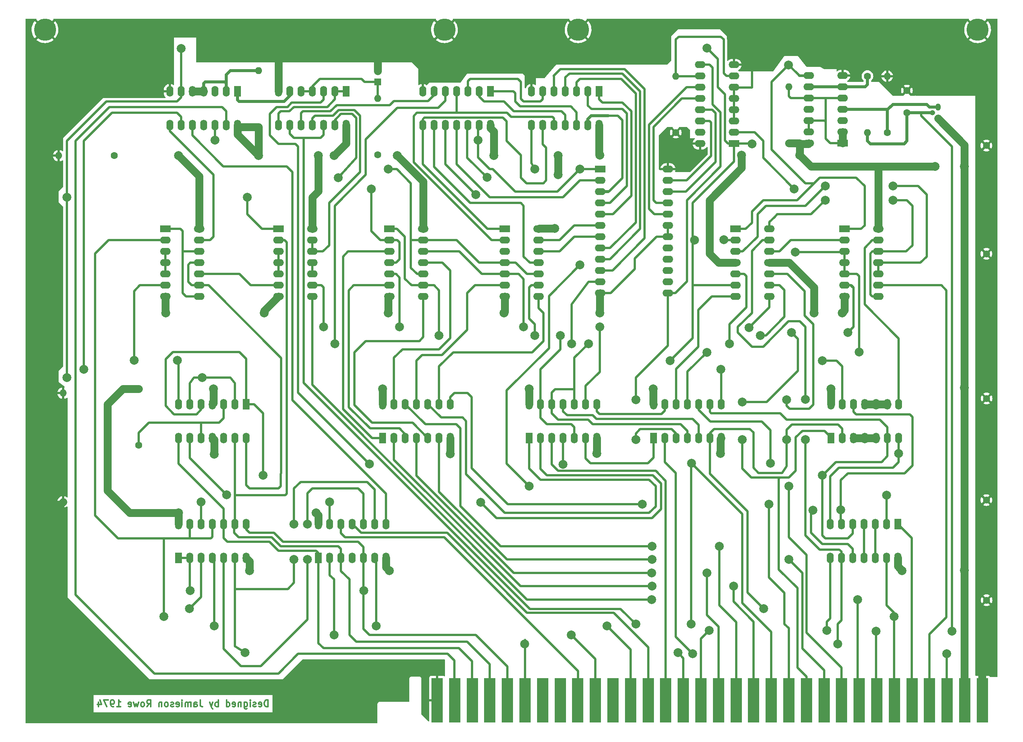
<source format=gbr>
G04 #@! TF.GenerationSoftware,KiCad,Pcbnew,(6.0.4-0)*
G04 #@! TF.CreationDate,2022-10-26T18:18:55+11:00*
G04 #@! TF.ProjectId,educ 8 timing ,65647563-2038-4207-9469-6d696e67202e,rev?*
G04 #@! TF.SameCoordinates,Original*
G04 #@! TF.FileFunction,Copper,L4,Bot*
G04 #@! TF.FilePolarity,Positive*
%FSLAX46Y46*%
G04 Gerber Fmt 4.6, Leading zero omitted, Abs format (unit mm)*
G04 Created by KiCad (PCBNEW (6.0.4-0)) date 2022-10-26 18:18:55*
%MOMM*%
%LPD*%
G01*
G04 APERTURE LIST*
%ADD10C,0.300000*%
G04 #@! TA.AperFunction,NonConductor*
%ADD11C,0.300000*%
G04 #@! TD*
G04 #@! TA.AperFunction,ComponentPad*
%ADD12C,1.600000*%
G04 #@! TD*
G04 #@! TA.AperFunction,ComponentPad*
%ADD13R,1.600000X1.600000*%
G04 #@! TD*
G04 #@! TA.AperFunction,ComponentPad*
%ADD14O,1.600000X1.600000*%
G04 #@! TD*
G04 #@! TA.AperFunction,ComponentPad*
%ADD15O,1.200000X1.600000*%
G04 #@! TD*
G04 #@! TA.AperFunction,ComponentPad*
%ADD16O,1.200000X1.200000*%
G04 #@! TD*
G04 #@! TA.AperFunction,ComponentPad*
%ADD17R,1.600000X2.400000*%
G04 #@! TD*
G04 #@! TA.AperFunction,ComponentPad*
%ADD18O,1.600000X2.400000*%
G04 #@! TD*
G04 #@! TA.AperFunction,ComponentPad*
%ADD19R,2.400000X1.600000*%
G04 #@! TD*
G04 #@! TA.AperFunction,ComponentPad*
%ADD20O,2.400000X1.600000*%
G04 #@! TD*
G04 #@! TA.AperFunction,ComponentPad*
%ADD21C,2.000000*%
G04 #@! TD*
G04 #@! TA.AperFunction,ConnectorPad*
%ADD22R,2.540000X10.000000*%
G04 #@! TD*
G04 #@! TA.AperFunction,ComponentPad*
%ADD23C,5.000000*%
G04 #@! TD*
G04 #@! TA.AperFunction,ViaPad*
%ADD24C,2.000000*%
G04 #@! TD*
G04 #@! TA.AperFunction,Conductor*
%ADD25C,0.500000*%
G04 #@! TD*
G04 #@! TA.AperFunction,Conductor*
%ADD26C,0.635000*%
G04 #@! TD*
G04 #@! TA.AperFunction,Conductor*
%ADD27C,1.778000*%
G04 #@! TD*
G04 APERTURE END LIST*
D10*
D11*
X75142857Y-177678571D02*
X75142857Y-176178571D01*
X74785714Y-176178571D01*
X74571428Y-176250000D01*
X74428571Y-176392857D01*
X74357142Y-176535714D01*
X74285714Y-176821428D01*
X74285714Y-177035714D01*
X74357142Y-177321428D01*
X74428571Y-177464285D01*
X74571428Y-177607142D01*
X74785714Y-177678571D01*
X75142857Y-177678571D01*
X73071428Y-177607142D02*
X73214285Y-177678571D01*
X73500000Y-177678571D01*
X73642857Y-177607142D01*
X73714285Y-177464285D01*
X73714285Y-176892857D01*
X73642857Y-176750000D01*
X73500000Y-176678571D01*
X73214285Y-176678571D01*
X73071428Y-176750000D01*
X73000000Y-176892857D01*
X73000000Y-177035714D01*
X73714285Y-177178571D01*
X72428571Y-177607142D02*
X72285714Y-177678571D01*
X72000000Y-177678571D01*
X71857142Y-177607142D01*
X71785714Y-177464285D01*
X71785714Y-177392857D01*
X71857142Y-177250000D01*
X72000000Y-177178571D01*
X72214285Y-177178571D01*
X72357142Y-177107142D01*
X72428571Y-176964285D01*
X72428571Y-176892857D01*
X72357142Y-176750000D01*
X72214285Y-176678571D01*
X72000000Y-176678571D01*
X71857142Y-176750000D01*
X71142857Y-177678571D02*
X71142857Y-176678571D01*
X71142857Y-176178571D02*
X71214285Y-176250000D01*
X71142857Y-176321428D01*
X71071428Y-176250000D01*
X71142857Y-176178571D01*
X71142857Y-176321428D01*
X69785714Y-176678571D02*
X69785714Y-177892857D01*
X69857142Y-178035714D01*
X69928571Y-178107142D01*
X70071428Y-178178571D01*
X70285714Y-178178571D01*
X70428571Y-178107142D01*
X69785714Y-177607142D02*
X69928571Y-177678571D01*
X70214285Y-177678571D01*
X70357142Y-177607142D01*
X70428571Y-177535714D01*
X70500000Y-177392857D01*
X70500000Y-176964285D01*
X70428571Y-176821428D01*
X70357142Y-176750000D01*
X70214285Y-176678571D01*
X69928571Y-176678571D01*
X69785714Y-176750000D01*
X69071428Y-176678571D02*
X69071428Y-177678571D01*
X69071428Y-176821428D02*
X69000000Y-176750000D01*
X68857142Y-176678571D01*
X68642857Y-176678571D01*
X68500000Y-176750000D01*
X68428571Y-176892857D01*
X68428571Y-177678571D01*
X67142857Y-177607142D02*
X67285714Y-177678571D01*
X67571428Y-177678571D01*
X67714285Y-177607142D01*
X67785714Y-177464285D01*
X67785714Y-176892857D01*
X67714285Y-176750000D01*
X67571428Y-176678571D01*
X67285714Y-176678571D01*
X67142857Y-176750000D01*
X67071428Y-176892857D01*
X67071428Y-177035714D01*
X67785714Y-177178571D01*
X65785714Y-177678571D02*
X65785714Y-176178571D01*
X65785714Y-177607142D02*
X65928571Y-177678571D01*
X66214285Y-177678571D01*
X66357142Y-177607142D01*
X66428571Y-177535714D01*
X66500000Y-177392857D01*
X66500000Y-176964285D01*
X66428571Y-176821428D01*
X66357142Y-176750000D01*
X66214285Y-176678571D01*
X65928571Y-176678571D01*
X65785714Y-176750000D01*
X63928571Y-177678571D02*
X63928571Y-176178571D01*
X63928571Y-176750000D02*
X63785714Y-176678571D01*
X63500000Y-176678571D01*
X63357142Y-176750000D01*
X63285714Y-176821428D01*
X63214285Y-176964285D01*
X63214285Y-177392857D01*
X63285714Y-177535714D01*
X63357142Y-177607142D01*
X63500000Y-177678571D01*
X63785714Y-177678571D01*
X63928571Y-177607142D01*
X62714285Y-176678571D02*
X62357142Y-177678571D01*
X62000000Y-176678571D02*
X62357142Y-177678571D01*
X62500000Y-178035714D01*
X62571428Y-178107142D01*
X62714285Y-178178571D01*
X59857142Y-176178571D02*
X59857142Y-177250000D01*
X59928571Y-177464285D01*
X60071428Y-177607142D01*
X60285714Y-177678571D01*
X60428571Y-177678571D01*
X58500000Y-177678571D02*
X58500000Y-176892857D01*
X58571428Y-176750000D01*
X58714285Y-176678571D01*
X59000000Y-176678571D01*
X59142857Y-176750000D01*
X58500000Y-177607142D02*
X58642857Y-177678571D01*
X59000000Y-177678571D01*
X59142857Y-177607142D01*
X59214285Y-177464285D01*
X59214285Y-177321428D01*
X59142857Y-177178571D01*
X59000000Y-177107142D01*
X58642857Y-177107142D01*
X58500000Y-177035714D01*
X57785714Y-177678571D02*
X57785714Y-176678571D01*
X57785714Y-176821428D02*
X57714285Y-176750000D01*
X57571428Y-176678571D01*
X57357142Y-176678571D01*
X57214285Y-176750000D01*
X57142857Y-176892857D01*
X57142857Y-177678571D01*
X57142857Y-176892857D02*
X57071428Y-176750000D01*
X56928571Y-176678571D01*
X56714285Y-176678571D01*
X56571428Y-176750000D01*
X56500000Y-176892857D01*
X56500000Y-177678571D01*
X55785714Y-177678571D02*
X55785714Y-176678571D01*
X55785714Y-176178571D02*
X55857142Y-176250000D01*
X55785714Y-176321428D01*
X55714285Y-176250000D01*
X55785714Y-176178571D01*
X55785714Y-176321428D01*
X54500000Y-177607142D02*
X54642857Y-177678571D01*
X54928571Y-177678571D01*
X55071428Y-177607142D01*
X55142857Y-177464285D01*
X55142857Y-176892857D01*
X55071428Y-176750000D01*
X54928571Y-176678571D01*
X54642857Y-176678571D01*
X54500000Y-176750000D01*
X54428571Y-176892857D01*
X54428571Y-177035714D01*
X55142857Y-177178571D01*
X53857142Y-177607142D02*
X53714285Y-177678571D01*
X53428571Y-177678571D01*
X53285714Y-177607142D01*
X53214285Y-177464285D01*
X53214285Y-177392857D01*
X53285714Y-177250000D01*
X53428571Y-177178571D01*
X53642857Y-177178571D01*
X53785714Y-177107142D01*
X53857142Y-176964285D01*
X53857142Y-176892857D01*
X53785714Y-176750000D01*
X53642857Y-176678571D01*
X53428571Y-176678571D01*
X53285714Y-176750000D01*
X52357142Y-177678571D02*
X52500000Y-177607142D01*
X52571428Y-177535714D01*
X52642857Y-177392857D01*
X52642857Y-176964285D01*
X52571428Y-176821428D01*
X52500000Y-176750000D01*
X52357142Y-176678571D01*
X52142857Y-176678571D01*
X52000000Y-176750000D01*
X51928571Y-176821428D01*
X51857142Y-176964285D01*
X51857142Y-177392857D01*
X51928571Y-177535714D01*
X52000000Y-177607142D01*
X52142857Y-177678571D01*
X52357142Y-177678571D01*
X51214285Y-176678571D02*
X51214285Y-177678571D01*
X51214285Y-176821428D02*
X51142857Y-176750000D01*
X51000000Y-176678571D01*
X50785714Y-176678571D01*
X50642857Y-176750000D01*
X50571428Y-176892857D01*
X50571428Y-177678571D01*
X47857142Y-177678571D02*
X48357142Y-176964285D01*
X48714285Y-177678571D02*
X48714285Y-176178571D01*
X48142857Y-176178571D01*
X48000000Y-176250000D01*
X47928571Y-176321428D01*
X47857142Y-176464285D01*
X47857142Y-176678571D01*
X47928571Y-176821428D01*
X48000000Y-176892857D01*
X48142857Y-176964285D01*
X48714285Y-176964285D01*
X47000000Y-177678571D02*
X47142857Y-177607142D01*
X47214285Y-177535714D01*
X47285714Y-177392857D01*
X47285714Y-176964285D01*
X47214285Y-176821428D01*
X47142857Y-176750000D01*
X47000000Y-176678571D01*
X46785714Y-176678571D01*
X46642857Y-176750000D01*
X46571428Y-176821428D01*
X46500000Y-176964285D01*
X46500000Y-177392857D01*
X46571428Y-177535714D01*
X46642857Y-177607142D01*
X46785714Y-177678571D01*
X47000000Y-177678571D01*
X46000000Y-176678571D02*
X45714285Y-177678571D01*
X45428571Y-176964285D01*
X45142857Y-177678571D01*
X44857142Y-176678571D01*
X43714285Y-177607142D02*
X43857142Y-177678571D01*
X44142857Y-177678571D01*
X44285714Y-177607142D01*
X44357142Y-177464285D01*
X44357142Y-176892857D01*
X44285714Y-176750000D01*
X44142857Y-176678571D01*
X43857142Y-176678571D01*
X43714285Y-176750000D01*
X43642857Y-176892857D01*
X43642857Y-177035714D01*
X44357142Y-177178571D01*
X41071428Y-177678571D02*
X41928571Y-177678571D01*
X41500000Y-177678571D02*
X41500000Y-176178571D01*
X41642857Y-176392857D01*
X41785714Y-176535714D01*
X41928571Y-176607142D01*
X40357142Y-177678571D02*
X40071428Y-177678571D01*
X39928571Y-177607142D01*
X39857142Y-177535714D01*
X39714285Y-177321428D01*
X39642857Y-177035714D01*
X39642857Y-176464285D01*
X39714285Y-176321428D01*
X39785714Y-176250000D01*
X39928571Y-176178571D01*
X40214285Y-176178571D01*
X40357142Y-176250000D01*
X40428571Y-176321428D01*
X40500000Y-176464285D01*
X40500000Y-176821428D01*
X40428571Y-176964285D01*
X40357142Y-177035714D01*
X40214285Y-177107142D01*
X39928571Y-177107142D01*
X39785714Y-177035714D01*
X39714285Y-176964285D01*
X39642857Y-176821428D01*
X39142857Y-176178571D02*
X38142857Y-176178571D01*
X38785714Y-177678571D01*
X36928571Y-176678571D02*
X36928571Y-177678571D01*
X37285714Y-176107142D02*
X37642857Y-177178571D01*
X36714285Y-177178571D01*
D12*
X219075000Y-43815000D03*
X219075000Y-38815000D03*
D13*
X99900000Y-36900000D03*
D12*
X99900000Y-34400000D03*
X41500000Y-131500000D03*
D14*
X29000000Y-131500000D03*
D12*
X232029000Y-153670000D03*
X237029000Y-153670000D03*
X232029000Y-108204000D03*
X237029000Y-108204000D03*
X40500000Y-53500000D03*
D14*
X28000000Y-53500000D03*
D12*
X232000000Y-131100000D03*
X237000000Y-131100000D03*
X232000000Y-51200000D03*
X237000000Y-51200000D03*
X41500000Y-107000000D03*
D14*
X29000000Y-107000000D03*
D15*
X226060000Y-42545000D03*
D16*
X224790000Y-43815000D03*
X226060000Y-45085000D03*
D12*
X192500000Y-50700000D03*
D14*
X192500000Y-38000000D03*
D12*
X210185000Y-35560000D03*
D14*
X210185000Y-48260000D03*
D12*
X167005000Y-48260000D03*
D14*
X167005000Y-35560000D03*
D12*
X99900000Y-53250000D03*
D14*
X99900000Y-40550000D03*
D12*
X73025000Y-46990000D03*
D14*
X73025000Y-34290000D03*
D12*
X46000000Y-118745000D03*
D14*
X46000000Y-106045000D03*
D17*
X92740000Y-39000000D03*
D18*
X90200000Y-39000000D03*
X87660000Y-39000000D03*
X85120000Y-39000000D03*
X82580000Y-39000000D03*
X80040000Y-39000000D03*
X77500000Y-39000000D03*
X77500000Y-46620000D03*
X80040000Y-46620000D03*
X82580000Y-46620000D03*
X85120000Y-46620000D03*
X87660000Y-46620000D03*
X90200000Y-46620000D03*
X92740000Y-46620000D03*
D17*
X125240000Y-39000000D03*
D18*
X122700000Y-39000000D03*
X120160000Y-39000000D03*
X117620000Y-39000000D03*
X115080000Y-39000000D03*
X112540000Y-39000000D03*
X110000000Y-39000000D03*
X110000000Y-46620000D03*
X112540000Y-46620000D03*
X115080000Y-46620000D03*
X117620000Y-46620000D03*
X120160000Y-46620000D03*
X122700000Y-46620000D03*
X125240000Y-46620000D03*
D17*
X149740000Y-39000000D03*
D18*
X147200000Y-39000000D03*
X144660000Y-39000000D03*
X142120000Y-39000000D03*
X139580000Y-39000000D03*
X137040000Y-39000000D03*
X134500000Y-39000000D03*
X134500000Y-46620000D03*
X137040000Y-46620000D03*
X139580000Y-46620000D03*
X142120000Y-46620000D03*
X144660000Y-46620000D03*
X147200000Y-46620000D03*
X149740000Y-46620000D03*
D19*
X180120000Y-50780000D03*
D20*
X180120000Y-48240000D03*
X180120000Y-45700000D03*
X180120000Y-43160000D03*
X180120000Y-40620000D03*
X180120000Y-38080000D03*
X180120000Y-35540000D03*
X180120000Y-33000000D03*
X172500000Y-33000000D03*
X172500000Y-35540000D03*
X172500000Y-38080000D03*
X172500000Y-40620000D03*
X172500000Y-43160000D03*
X172500000Y-45700000D03*
X172500000Y-48240000D03*
X172500000Y-50780000D03*
D19*
X52000000Y-70000000D03*
D20*
X52000000Y-72540000D03*
X52000000Y-75080000D03*
X52000000Y-77620000D03*
X52000000Y-80160000D03*
X52000000Y-82700000D03*
X52000000Y-85240000D03*
X59620000Y-85240000D03*
X59620000Y-82700000D03*
X59620000Y-80160000D03*
X59620000Y-77620000D03*
X59620000Y-75080000D03*
X59620000Y-72540000D03*
X59620000Y-70000000D03*
D19*
X77500000Y-70000000D03*
D20*
X77500000Y-72540000D03*
X77500000Y-75080000D03*
X77500000Y-77620000D03*
X77500000Y-80160000D03*
X77500000Y-82700000D03*
X77500000Y-85240000D03*
X85120000Y-85240000D03*
X85120000Y-82700000D03*
X85120000Y-80160000D03*
X85120000Y-77620000D03*
X85120000Y-75080000D03*
X85120000Y-72540000D03*
X85120000Y-70000000D03*
D19*
X102500000Y-70000000D03*
D20*
X102500000Y-72540000D03*
X102500000Y-75080000D03*
X102500000Y-77620000D03*
X102500000Y-80160000D03*
X102500000Y-82700000D03*
X102500000Y-85240000D03*
X110120000Y-85240000D03*
X110120000Y-82700000D03*
X110120000Y-80160000D03*
X110120000Y-77620000D03*
X110120000Y-75080000D03*
X110120000Y-72540000D03*
X110120000Y-70000000D03*
D19*
X128500000Y-70000000D03*
D20*
X128500000Y-72540000D03*
X128500000Y-75080000D03*
X128500000Y-77620000D03*
X128500000Y-80160000D03*
X128500000Y-82700000D03*
X128500000Y-85240000D03*
X136120000Y-85240000D03*
X136120000Y-82700000D03*
X136120000Y-80160000D03*
X136120000Y-77620000D03*
X136120000Y-75080000D03*
X136120000Y-72540000D03*
X136120000Y-70000000D03*
D19*
X180500000Y-70000000D03*
D20*
X180500000Y-72540000D03*
X180500000Y-75080000D03*
X180500000Y-77620000D03*
X180500000Y-80160000D03*
X180500000Y-82700000D03*
X180500000Y-85240000D03*
X188120000Y-85240000D03*
X188120000Y-82700000D03*
X188120000Y-80160000D03*
X188120000Y-77620000D03*
X188120000Y-75080000D03*
X188120000Y-72540000D03*
X188120000Y-70000000D03*
D19*
X205000000Y-70000000D03*
D20*
X205000000Y-72540000D03*
X205000000Y-75080000D03*
X205000000Y-77620000D03*
X205000000Y-80160000D03*
X205000000Y-82700000D03*
X205000000Y-85240000D03*
X212620000Y-85240000D03*
X212620000Y-82700000D03*
X212620000Y-80160000D03*
X212620000Y-77620000D03*
X212620000Y-75080000D03*
X212620000Y-72540000D03*
X212620000Y-70000000D03*
D17*
X70240000Y-109500000D03*
D18*
X67700000Y-109500000D03*
X65160000Y-109500000D03*
X62620000Y-109500000D03*
X60080000Y-109500000D03*
X57540000Y-109500000D03*
X55000000Y-109500000D03*
X55000000Y-117120000D03*
X57540000Y-117120000D03*
X60080000Y-117120000D03*
X62620000Y-117120000D03*
X65160000Y-117120000D03*
X67700000Y-117120000D03*
X70240000Y-117120000D03*
D17*
X101000000Y-117120000D03*
D18*
X103540000Y-117120000D03*
X106080000Y-117120000D03*
X108620000Y-117120000D03*
X111160000Y-117120000D03*
X113700000Y-117120000D03*
X116240000Y-117120000D03*
X116240000Y-109500000D03*
X113700000Y-109500000D03*
X111160000Y-109500000D03*
X108620000Y-109500000D03*
X106080000Y-109500000D03*
X103540000Y-109500000D03*
X101000000Y-109500000D03*
D17*
X134000000Y-117120000D03*
D18*
X136540000Y-117120000D03*
X139080000Y-117120000D03*
X141620000Y-117120000D03*
X144160000Y-117120000D03*
X146700000Y-117120000D03*
X149240000Y-117120000D03*
X149240000Y-109500000D03*
X146700000Y-109500000D03*
X144160000Y-109500000D03*
X141620000Y-109500000D03*
X139080000Y-109500000D03*
X136540000Y-109500000D03*
X134000000Y-109500000D03*
D17*
X162000000Y-117120000D03*
D18*
X164540000Y-117120000D03*
X167080000Y-117120000D03*
X169620000Y-117120000D03*
X172160000Y-117120000D03*
X174700000Y-117120000D03*
X177240000Y-117120000D03*
X177240000Y-109500000D03*
X174700000Y-109500000D03*
X172160000Y-109500000D03*
X169620000Y-109500000D03*
X167080000Y-109500000D03*
X164540000Y-109500000D03*
X162000000Y-109500000D03*
D17*
X202000000Y-117120000D03*
D18*
X204540000Y-117120000D03*
X207080000Y-117120000D03*
X209620000Y-117120000D03*
X212160000Y-117120000D03*
X214700000Y-117120000D03*
X217240000Y-117120000D03*
X217240000Y-109500000D03*
X214700000Y-109500000D03*
X212160000Y-109500000D03*
X209620000Y-109500000D03*
X207080000Y-109500000D03*
X204540000Y-109500000D03*
X202000000Y-109500000D03*
D17*
X55000000Y-144120000D03*
D18*
X57540000Y-144120000D03*
X60080000Y-144120000D03*
X62620000Y-144120000D03*
X65160000Y-144120000D03*
X67700000Y-144120000D03*
X70240000Y-144120000D03*
X70240000Y-136500000D03*
X67700000Y-136500000D03*
X65160000Y-136500000D03*
X62620000Y-136500000D03*
X60080000Y-136500000D03*
X57540000Y-136500000D03*
X55000000Y-136500000D03*
D17*
X86500000Y-144120000D03*
D18*
X89040000Y-144120000D03*
X91580000Y-144120000D03*
X94120000Y-144120000D03*
X96660000Y-144120000D03*
X99200000Y-144120000D03*
X101740000Y-144120000D03*
X101740000Y-136500000D03*
X99200000Y-136500000D03*
X96660000Y-136500000D03*
X94120000Y-136500000D03*
X91580000Y-136500000D03*
X89040000Y-136500000D03*
X86500000Y-136500000D03*
D17*
X217000000Y-136500000D03*
D18*
X214460000Y-136500000D03*
X211920000Y-136500000D03*
X209380000Y-136500000D03*
X206840000Y-136500000D03*
X204300000Y-136500000D03*
X201760000Y-136500000D03*
X201760000Y-144120000D03*
X204300000Y-144120000D03*
X206840000Y-144120000D03*
X209380000Y-144120000D03*
X211920000Y-144120000D03*
X214460000Y-144120000D03*
X217000000Y-144120000D03*
D17*
X68240000Y-39000000D03*
D18*
X65700000Y-39000000D03*
X63160000Y-39000000D03*
X60620000Y-39000000D03*
X58080000Y-39000000D03*
X55540000Y-39000000D03*
X53000000Y-39000000D03*
X53000000Y-46620000D03*
X55540000Y-46620000D03*
X58080000Y-46620000D03*
X60620000Y-46620000D03*
X63160000Y-46620000D03*
X65700000Y-46620000D03*
X68240000Y-46620000D03*
D19*
X204620000Y-50700000D03*
D20*
X204620000Y-48160000D03*
X204620000Y-45620000D03*
X204620000Y-43080000D03*
X204620000Y-40540000D03*
X204620000Y-38000000D03*
X204620000Y-35460000D03*
X197000000Y-35460000D03*
X197000000Y-38000000D03*
X197000000Y-40540000D03*
X197000000Y-43080000D03*
X197000000Y-45620000D03*
X197000000Y-48160000D03*
X197000000Y-50700000D03*
D12*
X214630000Y-48260000D03*
D14*
X214630000Y-35560000D03*
D19*
X150000000Y-56500000D03*
D20*
X150000000Y-59040000D03*
X150000000Y-61580000D03*
X150000000Y-64120000D03*
X150000000Y-66660000D03*
X150000000Y-69200000D03*
X150000000Y-71740000D03*
X150000000Y-74280000D03*
X150000000Y-76820000D03*
X150000000Y-79360000D03*
X150000000Y-81900000D03*
X150000000Y-84440000D03*
X165240000Y-84440000D03*
X165240000Y-81900000D03*
X165240000Y-79360000D03*
X165240000Y-76820000D03*
X165240000Y-74280000D03*
X165240000Y-71740000D03*
X165240000Y-69200000D03*
X165240000Y-66660000D03*
X165240000Y-64120000D03*
X165240000Y-61580000D03*
X165240000Y-59040000D03*
X165240000Y-56500000D03*
D12*
X232000000Y-75600000D03*
X237000000Y-75600000D03*
D21*
X192405000Y-33020000D03*
X184150000Y-50800000D03*
D22*
X236076400Y-176200000D03*
X232114000Y-176200000D03*
X228151600Y-176200000D03*
X224189200Y-176200000D03*
X220226800Y-176200000D03*
X216264400Y-176200000D03*
X212302000Y-176200000D03*
X208339600Y-176200000D03*
X204377200Y-176200000D03*
X200414800Y-176200000D03*
X196452400Y-176200000D03*
X192490000Y-176200000D03*
X188527600Y-176200000D03*
X184565200Y-176200000D03*
X180602800Y-176200000D03*
X176640400Y-176200000D03*
X172678000Y-176200000D03*
X168715600Y-176200000D03*
X164753200Y-176200000D03*
X160790800Y-176200000D03*
X156828400Y-176200000D03*
X152866000Y-176200000D03*
X148903600Y-176200000D03*
X144941200Y-176200000D03*
X140978800Y-176200000D03*
X137016400Y-176200000D03*
X133054000Y-176200000D03*
X129091600Y-176200000D03*
X125129200Y-176200000D03*
X121166800Y-176200000D03*
X117204400Y-176200000D03*
X113242000Y-176200000D03*
D23*
X145000000Y-25100000D03*
X235000000Y-25100000D03*
X114900000Y-25100000D03*
X24900000Y-25100000D03*
D24*
X212090000Y-160655000D03*
X229235000Y-160655000D03*
X149860000Y-88900000D03*
X28000000Y-147000000D03*
X63000000Y-120800000D03*
X236220000Y-120600000D03*
X149200000Y-120600000D03*
X236220000Y-88900000D03*
X74295000Y-88900000D03*
X217200000Y-120600000D03*
X204470000Y-88900000D03*
X52070000Y-88900000D03*
X177100000Y-120600000D03*
X102500000Y-147000000D03*
X28000000Y-121000000D03*
X116205000Y-120700000D03*
X71000000Y-147000000D03*
X27000000Y-89000000D03*
X128270000Y-88900000D03*
X198120000Y-88900000D03*
X102235000Y-88900000D03*
X161925000Y-106045000D03*
X232029000Y-146971000D03*
X86500000Y-53500000D03*
X169545000Y-53340000D03*
X232029000Y-105791000D03*
X55000000Y-134000000D03*
X55000000Y-53500000D03*
X90000000Y-53500000D03*
X126000000Y-53500000D03*
X62865000Y-106045000D03*
X194945000Y-53340000D03*
X149860000Y-53340000D03*
X104300000Y-53500000D03*
X181840000Y-53340000D03*
X133985000Y-106045000D03*
X139700000Y-69850000D03*
X140500000Y-57800000D03*
X218000000Y-147000000D03*
X232029000Y-55900000D03*
X73000000Y-53500000D03*
X100965000Y-106045000D03*
X225425000Y-55880000D03*
X165100000Y-53340000D03*
X140500000Y-53500000D03*
X201930000Y-106045000D03*
X86000000Y-134000000D03*
X228075000Y-165735000D03*
X170815000Y-165735000D03*
X51688000Y-157312000D03*
X216188000Y-157312000D03*
X161586994Y-153500000D03*
X208000000Y-153500000D03*
X145415000Y-78105000D03*
X134000000Y-128000000D03*
X192500000Y-128000000D03*
X122500000Y-50000000D03*
X145415000Y-56515000D03*
X63200000Y-50000000D03*
X161644998Y-144500000D03*
X192500000Y-144500000D03*
X193040000Y-93345000D03*
X182000000Y-117500000D03*
X182000000Y-109000000D03*
X205740000Y-93345000D03*
X159500000Y-132000000D03*
X188000000Y-132000000D03*
X188308996Y-122809000D03*
X170500000Y-159032010D03*
X158000000Y-159032010D03*
X170560994Y-122809000D03*
X180000000Y-150500000D03*
X161665994Y-150500000D03*
X161671000Y-141478000D03*
X176783999Y-141478000D03*
X161597004Y-147500000D03*
X174000000Y-147500000D03*
X174500000Y-160500000D03*
X201000000Y-160500000D03*
X70000000Y-165500000D03*
X167500000Y-165500000D03*
X81000000Y-136500000D03*
X81000000Y-144500000D03*
X96700000Y-151500000D03*
X57600000Y-151500000D03*
X133000000Y-163500000D03*
X196215000Y-117475000D03*
X196215000Y-108404000D03*
X203500000Y-163500000D03*
X143500000Y-161500000D03*
X90000000Y-161500000D03*
X63000000Y-159500000D03*
X99500000Y-159500000D03*
X151500000Y-159500000D03*
X33655000Y-101600000D03*
X177165000Y-101600000D03*
X55600000Y-29300000D03*
X200025000Y-99695000D03*
X177800000Y-72390000D03*
X70485000Y-62865000D03*
X173990000Y-29210000D03*
X171265000Y-72540000D03*
X29845000Y-103505000D03*
X29845000Y-62865000D03*
X60325000Y-103505000D03*
X165735000Y-99695000D03*
X141600000Y-123050500D03*
X98000000Y-123000000D03*
X121920000Y-62230000D03*
X98425000Y-60960000D03*
X90170000Y-95885000D03*
X143510000Y-95885000D03*
X135255000Y-56515000D03*
X102235000Y-56515000D03*
X158000000Y-108500000D03*
X158000000Y-117500000D03*
X193675000Y-60960000D03*
X193938724Y-75193724D03*
X173990000Y-97790000D03*
X208300000Y-97700000D03*
X44958000Y-99568000D03*
X54737000Y-99567996D03*
X183515000Y-92260000D03*
X87630000Y-92075000D03*
X132715000Y-92075000D03*
X104775000Y-92075000D03*
X149860000Y-92075000D03*
X124475174Y-58404826D03*
X91000000Y-58420000D03*
X140970000Y-93980000D03*
X113665000Y-93980000D03*
X186055000Y-93980000D03*
X135255000Y-93980000D03*
X200660000Y-63500000D03*
X215900000Y-63500000D03*
X147320000Y-95885000D03*
X179070000Y-95885000D03*
X186823695Y-155591990D03*
X192000000Y-117500000D03*
X57441017Y-155591990D03*
X192000000Y-108500000D03*
X200660000Y-60325000D03*
X215900000Y-60325000D03*
X200000000Y-125500000D03*
X74000000Y-125500000D03*
X214500000Y-130000000D03*
X65800000Y-129900000D03*
X123071999Y-131571999D03*
X60100000Y-131500000D03*
X88999998Y-131499998D03*
X204200000Y-133300000D03*
X197935000Y-133350000D03*
X84000000Y-144500000D03*
X84000000Y-136500000D03*
D25*
X55540000Y-29360000D02*
X55600000Y-29300000D01*
X55540000Y-39000000D02*
X55540000Y-29360000D01*
X212090000Y-175864400D02*
X212225600Y-176000000D01*
D26*
X219075000Y-50165000D02*
X219075000Y-43815000D01*
X219075000Y-43815000D02*
X222250000Y-43815000D01*
X210185000Y-50165000D02*
X210820000Y-50800000D01*
D25*
X229235000Y-51435000D02*
X229235000Y-160655000D01*
D26*
X210820000Y-50800000D02*
X218440000Y-50800000D01*
X218440000Y-50800000D02*
X219075000Y-50165000D01*
D25*
X222250000Y-43815000D02*
X222250000Y-44450000D01*
D26*
X210185000Y-48260000D02*
X210185000Y-50165000D01*
D25*
X212090000Y-160655000D02*
X212090000Y-175864400D01*
X222250000Y-44450000D02*
X229235000Y-51435000D01*
D26*
X222250000Y-43815000D02*
X224790000Y-43815000D01*
D27*
X74295000Y-88900000D02*
X74295000Y-88445000D01*
X149200000Y-120600000D02*
X149240000Y-120560000D01*
X52000000Y-88830000D02*
X52070000Y-88900000D01*
D25*
X180120000Y-38080000D02*
X180120000Y-40620000D01*
X157800000Y-76640000D02*
X162700000Y-71740000D01*
D27*
X28000000Y-132500000D02*
X29000000Y-131500000D01*
X102235000Y-88900000D02*
X102235000Y-85505000D01*
X128500000Y-85240000D02*
X128500000Y-88670000D01*
D25*
X152360000Y-84440000D02*
X157800000Y-79000000D01*
X217200000Y-122525000D02*
X215900000Y-123825000D01*
D27*
X71000000Y-147000000D02*
X71000000Y-144880000D01*
X205000000Y-85240000D02*
X205000000Y-88370000D01*
D25*
X180120000Y-43160000D02*
X180120000Y-40620000D01*
X180140000Y-38100000D02*
X180120000Y-38080000D01*
D27*
X236000000Y-176000000D02*
X236000000Y-168944000D01*
X128500000Y-88670000D02*
X128270000Y-88900000D01*
D25*
X217200000Y-120600000D02*
X217240000Y-120560000D01*
D27*
X63000000Y-120800000D02*
X63000000Y-117500000D01*
X77500000Y-39000000D02*
X77500000Y-31500000D01*
D25*
X203708000Y-123825000D02*
X201760000Y-125773000D01*
D27*
X149860000Y-88900000D02*
X149860000Y-84580000D01*
X116240000Y-120665000D02*
X116240000Y-117120000D01*
X177100000Y-120600000D02*
X177100000Y-117260000D01*
D25*
X150000000Y-84440000D02*
X152360000Y-84440000D01*
X217240000Y-120560000D02*
X217240000Y-117120000D01*
X180120000Y-45700000D02*
X180120000Y-43160000D01*
D27*
X101740000Y-144120000D02*
X101740000Y-146240000D01*
X71000000Y-144880000D02*
X70240000Y-144120000D01*
X188120000Y-77620000D02*
X192555000Y-77620000D01*
D25*
X157800000Y-79000000D02*
X157800000Y-76640000D01*
X201760000Y-125773000D02*
X201760000Y-136500000D01*
X184150000Y-38100000D02*
X180140000Y-38100000D01*
X180120000Y-33000000D02*
X182860000Y-33000000D01*
D27*
X149240000Y-120560000D02*
X149240000Y-117120000D01*
D25*
X162700000Y-71740000D02*
X165240000Y-71740000D01*
D27*
X74295000Y-88445000D02*
X77500000Y-85240000D01*
X101740000Y-146240000D02*
X102500000Y-147000000D01*
D25*
X215900000Y-123825000D02*
X203708000Y-123825000D01*
X165240000Y-69200000D02*
X165240000Y-71740000D01*
D27*
X63000000Y-117500000D02*
X62620000Y-117120000D01*
D25*
X217200000Y-120600000D02*
X217200000Y-122525000D01*
D27*
X198120000Y-83185000D02*
X198120000Y-88900000D01*
D25*
X184150000Y-34290000D02*
X184150000Y-38100000D01*
D27*
X28000000Y-147000000D02*
X28000000Y-132500000D01*
X149860000Y-84580000D02*
X150000000Y-84440000D01*
X116205000Y-120700000D02*
X116240000Y-120665000D01*
X177100000Y-117260000D02*
X177240000Y-117120000D01*
X192555000Y-77620000D02*
X198120000Y-83185000D01*
D25*
X182860000Y-33000000D02*
X184150000Y-34290000D01*
D27*
X99900000Y-34400000D02*
X99900000Y-31800000D01*
X205000000Y-88370000D02*
X204470000Y-88900000D01*
X52000000Y-85240000D02*
X52000000Y-88830000D01*
X102235000Y-85505000D02*
X102500000Y-85240000D01*
D25*
X86805000Y-36195000D02*
X86810000Y-36200000D01*
X96200000Y-36200000D02*
X96900000Y-36900000D01*
X82580000Y-39000000D02*
X85120000Y-39000000D01*
X99900000Y-36900000D02*
X99900000Y-40550000D01*
X85120000Y-37880000D02*
X86805000Y-36195000D01*
X86810000Y-36200000D02*
X96200000Y-36200000D01*
X85120000Y-39000000D02*
X85120000Y-37880000D01*
X96900000Y-36900000D02*
X99900000Y-36900000D01*
D27*
X232029000Y-74549000D02*
X232029000Y-55626000D01*
X232029000Y-53467000D02*
X232029000Y-51054000D01*
X42455000Y-106045000D02*
X46000000Y-106045000D01*
X55000000Y-134000000D02*
X55000000Y-136500000D01*
X68240000Y-48740000D02*
X68240000Y-46620000D01*
X212620000Y-55985000D02*
X212725000Y-55880000D01*
X133985000Y-106045000D02*
X133985000Y-109485000D01*
X232029000Y-78232000D02*
X232029000Y-74549000D01*
X59620000Y-70000000D02*
X59620000Y-58120000D01*
X133985000Y-109485000D02*
X134000000Y-109500000D01*
X197485000Y-55880000D02*
X212725000Y-55880000D01*
X100965000Y-106045000D02*
X100965000Y-109465000D01*
X73025000Y-46990000D02*
X73025000Y-53475000D01*
X174625000Y-63500000D02*
X174625000Y-75565000D01*
X90000000Y-53500000D02*
X92740000Y-50760000D01*
X86500000Y-53500000D02*
X86500000Y-61500000D01*
X55000000Y-134000000D02*
X44000000Y-134000000D01*
X86500000Y-61500000D02*
X85120000Y-62880000D01*
X125240000Y-46620000D02*
X125240000Y-47240000D01*
X59620000Y-58120000D02*
X55000000Y-53500000D01*
X174625000Y-75565000D02*
X176680000Y-77620000D01*
X232029000Y-108204000D02*
X232029000Y-105791000D01*
X181840000Y-53340000D02*
X181840000Y-56285000D01*
X92740000Y-50760000D02*
X92740000Y-46620000D01*
X136270000Y-69850000D02*
X136120000Y-70000000D01*
X126000000Y-48000000D02*
X126000000Y-53500000D01*
X176680000Y-77620000D02*
X180500000Y-77620000D01*
X201930000Y-109430000D02*
X202000000Y-109500000D01*
X201930000Y-106045000D02*
X201930000Y-109430000D01*
X44000000Y-134000000D02*
X39000000Y-129000000D01*
X73025000Y-53475000D02*
X73000000Y-53500000D01*
X85120000Y-62880000D02*
X85120000Y-70000000D01*
X68610000Y-46990000D02*
X68240000Y-46620000D01*
X217000000Y-144120000D02*
X217000000Y-146000000D01*
X100965000Y-109465000D02*
X101000000Y-109500000D01*
X192500000Y-50700000D02*
X194845000Y-50700000D01*
X194945000Y-53340000D02*
X194945000Y-50800000D01*
X212725000Y-55880000D02*
X225425000Y-55880000D01*
X181840000Y-56285000D02*
X174625000Y-63500000D01*
X139700000Y-69850000D02*
X136270000Y-69850000D01*
X125240000Y-47240000D02*
X126000000Y-48000000D01*
X86500000Y-134500000D02*
X86000000Y-134000000D01*
X194845000Y-50700000D02*
X194945000Y-50800000D01*
X161925000Y-109425000D02*
X162000000Y-109500000D01*
X181840000Y-55003646D02*
X181840000Y-53340000D01*
X194945000Y-50800000D02*
X196900000Y-50800000D01*
X39000000Y-109500000D02*
X42455000Y-106045000D01*
X232037600Y-176000000D02*
X232037600Y-153678600D01*
X232029000Y-146971000D02*
X232029000Y-132080000D01*
X62865000Y-109255000D02*
X62620000Y-109500000D01*
X196900000Y-50800000D02*
X197000000Y-50700000D01*
X86500000Y-136500000D02*
X86500000Y-134500000D01*
X161925000Y-106045000D02*
X161925000Y-109425000D01*
X232037600Y-153678600D02*
X232029000Y-153670000D01*
X149740000Y-53220000D02*
X149860000Y-53340000D01*
X232029000Y-132080000D02*
X232029000Y-108204000D01*
X232029000Y-153670000D02*
X232029000Y-146971000D01*
X212620000Y-70000000D02*
X212620000Y-55985000D01*
X140500000Y-57800000D02*
X140500000Y-53500000D01*
X232029000Y-105791000D02*
X232029000Y-78232000D01*
X232029000Y-51054000D02*
X226060000Y-45085000D01*
X110120000Y-70000000D02*
X110120000Y-59320000D01*
X39000000Y-129000000D02*
X39000000Y-109500000D01*
X62865000Y-106045000D02*
X62865000Y-109255000D01*
X110120000Y-59320000D02*
X104300000Y-53500000D01*
X73000000Y-53500000D02*
X68240000Y-48740000D01*
X149740000Y-46620000D02*
X149740000Y-53220000D01*
X232029000Y-55626000D02*
X232029000Y-53467000D01*
X73025000Y-46990000D02*
X68610000Y-46990000D01*
X217000000Y-146000000D02*
X218000000Y-147000000D01*
X194945000Y-53340000D02*
X197485000Y-55880000D01*
D25*
X167000000Y-125000000D02*
X164540000Y-122540000D01*
X170815000Y-165735000D02*
X167000000Y-161920000D01*
X228075200Y-165735200D02*
X228075000Y-165735000D01*
X164540000Y-122540000D02*
X164540000Y-117120000D01*
X167000000Y-161920000D02*
X167000000Y-125000000D01*
X228075200Y-176123600D02*
X228075200Y-165735200D01*
X228151600Y-176200000D02*
X228075200Y-176123600D01*
X224112800Y-161332200D02*
X227965000Y-157480000D01*
X226845000Y-82700000D02*
X212620000Y-82700000D01*
X224112800Y-176000000D02*
X224112800Y-161332200D01*
X227965000Y-157480000D02*
X227965000Y-83820000D01*
X227965000Y-83820000D02*
X226845000Y-82700000D01*
X220150400Y-176000000D02*
X220150400Y-139650400D01*
X220150400Y-139650400D02*
X217000000Y-136500000D01*
X216188000Y-157312000D02*
X216188000Y-156498000D01*
X214460000Y-154770000D02*
X214460000Y-144120000D01*
X36195000Y-134545002D02*
X41349998Y-139700000D01*
X51688000Y-157312000D02*
X51688000Y-139712000D01*
X51700000Y-139700000D02*
X56515000Y-139700000D01*
X216188000Y-156498000D02*
X214460000Y-154770000D01*
X62300000Y-139700000D02*
X58300000Y-139700000D01*
X36195000Y-75565000D02*
X36195000Y-134545002D01*
X57540000Y-139675000D02*
X57540000Y-136525000D01*
X51688000Y-139712000D02*
X51700000Y-139700000D01*
X39220000Y-72540000D02*
X36195000Y-75565000D01*
X56515000Y-139700000D02*
X57531000Y-139700000D01*
X62620000Y-136500000D02*
X62620000Y-139380000D01*
X62620000Y-139380000D02*
X62300000Y-139700000D01*
X57531000Y-139700000D02*
X57540000Y-139691000D01*
X52000000Y-72540000D02*
X39220000Y-72540000D01*
X216188000Y-176000000D02*
X216188000Y-157312000D01*
X58300000Y-139700000D02*
X56515000Y-139700000D01*
X41349998Y-139700000D02*
X51700000Y-139700000D01*
X208000000Y-176023400D02*
X208339600Y-176363000D01*
X85120000Y-105120000D02*
X133500000Y-153500000D01*
X85120000Y-85240000D02*
X85120000Y-105120000D01*
X133500000Y-153500000D02*
X161586994Y-153500000D01*
X208000000Y-153500000D02*
X208000000Y-176023400D01*
X196469000Y-160969000D02*
X204377200Y-168877200D01*
X192500000Y-139500000D02*
X196469000Y-143469000D01*
X122500000Y-53920000D02*
X125095000Y-56515000D01*
X128905000Y-106395000D02*
X128905000Y-122905000D01*
X140335000Y-61595000D02*
X145415000Y-56515000D01*
X204377200Y-168877200D02*
X204377200Y-176363000D01*
X145430000Y-56500000D02*
X150000000Y-56500000D01*
X125095000Y-56515000D02*
X125730000Y-56515000D01*
X63200000Y-50000000D02*
X63200000Y-47700000D01*
X138430000Y-96870000D02*
X128905000Y-106395000D01*
X122500000Y-46820000D02*
X122700000Y-46620000D01*
X138430000Y-85090000D02*
X138430000Y-96870000D01*
X122500000Y-50000000D02*
X122500000Y-46820000D01*
X196469000Y-143469000D02*
X196469000Y-160969000D01*
X145415000Y-78105000D02*
X138430000Y-85090000D01*
X122500000Y-50000000D02*
X122500000Y-53920000D01*
X192500000Y-128000000D02*
X192500000Y-139500000D01*
X130810000Y-61595000D02*
X140335000Y-61595000D01*
X63160000Y-47660000D02*
X63160000Y-46620000D01*
X125730000Y-56515000D02*
X130810000Y-61595000D01*
X63200000Y-47700000D02*
X63160000Y-47660000D01*
X128905000Y-122905000D02*
X134000000Y-128000000D01*
X200414800Y-169414800D02*
X200414800Y-176363000D01*
X192500000Y-144500000D02*
X195500000Y-147500000D01*
X113700000Y-117120000D02*
X113700000Y-129200000D01*
X195500000Y-164500000D02*
X200414800Y-169414800D01*
X129000000Y-144500000D02*
X161644998Y-144500000D01*
X113700000Y-129200000D02*
X129000000Y-144500000D01*
X195500000Y-147500000D02*
X195500000Y-164500000D01*
X192500000Y-126000000D02*
X194000000Y-124500000D01*
X205000000Y-82700000D02*
X206394980Y-82700000D01*
X207010000Y-92075000D02*
X205740000Y-93345000D01*
X194437000Y-150937000D02*
X194437000Y-168847600D01*
X182000000Y-117500000D02*
X182000000Y-124000000D01*
X206525000Y-82700000D02*
X207010000Y-83185000D01*
X195500000Y-115500000D02*
X200500000Y-115500000D01*
X194500000Y-94805000D02*
X193040000Y-93345000D01*
X190220001Y-126279999D02*
X190220001Y-146720001D01*
X194500000Y-102000000D02*
X194500000Y-94805000D01*
X190484000Y-125984000D02*
X190500000Y-126000000D01*
X187500000Y-109000000D02*
X194500000Y-102000000D01*
X194437000Y-168847600D02*
X196452400Y-170863000D01*
X194000000Y-124500000D02*
X194000000Y-117000000D01*
X207010000Y-83185000D02*
X207010000Y-86995000D01*
X190500000Y-126000000D02*
X190220001Y-126279999D01*
X202000000Y-117000000D02*
X202000000Y-117120000D01*
X190220001Y-146720001D02*
X194437000Y-150937000D01*
X182000000Y-109000000D02*
X187500000Y-109000000D01*
X182000000Y-124000000D02*
X183984000Y-125984000D01*
X190500000Y-126000000D02*
X192500000Y-126000000D01*
X206394980Y-82700000D02*
X206525000Y-82700000D01*
X206394980Y-82700000D02*
X206879980Y-83185000D01*
X183984000Y-125984000D02*
X190484000Y-125984000D01*
X196452400Y-170863000D02*
X196452400Y-176363000D01*
X200500000Y-115500000D02*
X202000000Y-117000000D01*
X207010000Y-86995000D02*
X207010000Y-92075000D01*
X194000000Y-117000000D02*
X195500000Y-115500000D01*
X191500000Y-152000000D02*
X191500000Y-159000000D01*
X117155000Y-107000000D02*
X116240000Y-107915000D01*
X188000000Y-148500000D02*
X191500000Y-152000000D01*
X129122877Y-132000000D02*
X121000000Y-123877123D01*
X192490000Y-159990000D02*
X192490000Y-176363000D01*
X159500000Y-132000000D02*
X129122877Y-132000000D01*
X188000000Y-132000000D02*
X188000000Y-148500000D01*
X120081000Y-107000000D02*
X117155000Y-107000000D01*
X121000000Y-123877123D02*
X121000000Y-107919000D01*
X116240000Y-107915000D02*
X116240000Y-109500000D01*
X191500000Y-159000000D02*
X192490000Y-159990000D01*
X121000000Y-107919000D02*
X120081000Y-107000000D01*
X80040000Y-46620000D02*
X80040000Y-48540000D01*
X186400000Y-113400000D02*
X188308996Y-115308996D01*
X188527600Y-176363000D02*
X188527600Y-160841600D01*
X172160000Y-110760000D02*
X174800000Y-113400000D01*
X174800000Y-113400000D02*
X186400000Y-113400000D01*
X188308996Y-115308996D02*
X188308996Y-122809000D01*
X172160000Y-109500000D02*
X172160000Y-110760000D01*
X83215000Y-49500000D02*
X87000000Y-49500000D01*
X170500000Y-159032010D02*
X170500000Y-122869994D01*
X158000000Y-159032010D02*
X154595992Y-155628002D01*
X83185000Y-104685000D02*
X83185000Y-49530000D01*
X154595992Y-155628002D02*
X134128002Y-155628002D01*
X182000000Y-134248006D02*
X170560994Y-122809000D01*
X87000000Y-49500000D02*
X87660000Y-48840000D01*
X87660000Y-48840000D02*
X87660000Y-46620000D01*
X170500000Y-122869994D02*
X170560994Y-122809000D01*
X83185000Y-49530000D02*
X83215000Y-49500000D01*
X188527600Y-160841600D02*
X182000000Y-154314000D01*
X81000000Y-49500000D02*
X82520000Y-49500000D01*
X182000000Y-154314000D02*
X182000000Y-134248006D01*
X134128002Y-155628002D02*
X83185000Y-104685000D01*
X82520000Y-49500000D02*
X83215000Y-49500000D01*
X80040000Y-48540000D02*
X81000000Y-49500000D01*
X180000000Y-154000000D02*
X184565200Y-158565200D01*
X184565200Y-158565200D02*
X184565200Y-176363000D01*
X132000000Y-150500000D02*
X161665994Y-150500000D01*
X180000000Y-150500000D02*
X180000000Y-154000000D01*
X103540000Y-117120000D02*
X103540000Y-122040000D01*
X103540000Y-122040000D02*
X132000000Y-150500000D01*
X118500000Y-132470000D02*
X127508000Y-141478000D01*
X106080000Y-109500000D02*
X110580000Y-114000000D01*
X180602800Y-158602800D02*
X176783999Y-154783999D01*
X176783999Y-154783999D02*
X176783999Y-141478000D01*
X127508000Y-141478000D02*
X161671000Y-141478000D01*
X117556000Y-114000000D02*
X118500000Y-114944000D01*
X180602800Y-176363000D02*
X180602800Y-158602800D01*
X110580000Y-114000000D02*
X117556000Y-114000000D01*
X118500000Y-114944000D02*
X118500000Y-132470000D01*
X174000000Y-147500000D02*
X174000000Y-157000000D01*
X130500000Y-147500000D02*
X161597004Y-147500000D01*
X108620000Y-117120000D02*
X108620000Y-125620000D01*
X108620000Y-125620000D02*
X130500000Y-147500000D01*
X174000000Y-157000000D02*
X176640400Y-159640400D01*
X176640400Y-159640400D02*
X176640400Y-176363000D01*
X201000000Y-158500000D02*
X201760000Y-157740000D01*
X201760000Y-157740000D02*
X201760000Y-144120000D01*
X201000000Y-160500000D02*
X201000000Y-158500000D01*
X172678000Y-176363000D02*
X172678000Y-162322000D01*
X172678000Y-162322000D02*
X174500000Y-160500000D01*
X167500000Y-165500000D02*
X168715600Y-166715600D01*
X82500000Y-127000000D02*
X81000000Y-128500000D01*
X99200000Y-136500000D02*
X99200000Y-128700000D01*
X99200000Y-128700000D02*
X97500000Y-127000000D01*
X81000000Y-149759000D02*
X79629000Y-151130000D01*
X97500000Y-127000000D02*
X82500000Y-127000000D01*
X67700000Y-154200000D02*
X67700000Y-144120000D01*
X81000000Y-144500000D02*
X81000000Y-149759000D01*
X79629000Y-151130000D02*
X67945000Y-151130000D01*
X67700000Y-164000000D02*
X67700000Y-154200000D01*
X81000000Y-128500000D02*
X81000000Y-136500000D01*
X70000000Y-165500000D02*
X67700000Y-164000000D01*
X168715600Y-166715600D02*
X168715600Y-176363000D01*
X164753200Y-126753200D02*
X164753200Y-128753200D01*
X162500000Y-124500000D02*
X164753200Y-126753200D01*
X164753200Y-128753200D02*
X164753200Y-176363000D01*
X139080000Y-123080000D02*
X140500000Y-124500000D01*
X140500000Y-124500000D02*
X162500000Y-124500000D01*
X139080000Y-117120000D02*
X139080000Y-123080000D01*
X65160000Y-133060000D02*
X55000000Y-122900000D01*
X75500000Y-140500000D02*
X77500000Y-142500000D01*
X121090400Y-176000000D02*
X121090400Y-167445400D01*
X55000000Y-122900000D02*
X55000000Y-117120000D01*
X66000000Y-140500000D02*
X75500000Y-140500000D01*
X77500000Y-142500000D02*
X86000000Y-142500000D01*
X87630000Y-164465000D02*
X86500000Y-163335000D01*
X65160000Y-136500000D02*
X65160000Y-139660000D01*
X65160000Y-139660000D02*
X66000000Y-140500000D01*
X86500000Y-143000000D02*
X86500000Y-144120000D01*
X121090400Y-167445400D02*
X118110000Y-164465000D01*
X86000000Y-142500000D02*
X86500000Y-143000000D01*
X86500000Y-163335000D02*
X86500000Y-144120000D01*
X65160000Y-136500000D02*
X65160000Y-133060000D01*
X118110000Y-164465000D02*
X87630000Y-164465000D01*
X125129200Y-168129200D02*
X120000000Y-163000000D01*
X91000000Y-141500000D02*
X78000000Y-141500000D01*
X91580000Y-142080000D02*
X91000000Y-141500000D01*
X93500000Y-161500000D02*
X93500000Y-149000000D01*
X67900000Y-130000000D02*
X67700000Y-130200000D01*
X91580000Y-144120000D02*
X91580000Y-142080000D01*
X91580000Y-147080000D02*
X91580000Y-144120000D01*
X68500000Y-130000000D02*
X79000000Y-130000000D01*
X67700000Y-130200000D02*
X67700000Y-136500000D01*
X76000000Y-139500000D02*
X68500000Y-139500000D01*
X93500000Y-149000000D02*
X91580000Y-147080000D01*
X78890000Y-72540000D02*
X77500000Y-72540000D01*
X125129200Y-176363000D02*
X125129200Y-168129200D01*
X67500000Y-138500000D02*
X67500000Y-136700000D01*
X67700000Y-129200000D02*
X67700000Y-130200000D01*
X68500000Y-139500000D02*
X67500000Y-138500000D01*
X79375000Y-129625000D02*
X79375000Y-73025000D01*
X68500000Y-130000000D02*
X67900000Y-130000000D01*
X79375000Y-73025000D02*
X78890000Y-72540000D01*
X78000000Y-141500000D02*
X76000000Y-139500000D01*
X79000000Y-130000000D02*
X79375000Y-129625000D01*
X67700000Y-117120000D02*
X67700000Y-129200000D01*
X120000000Y-163000000D02*
X95000000Y-163000000D01*
X67500000Y-136700000D02*
X67700000Y-136500000D01*
X95000000Y-163000000D02*
X93500000Y-161500000D01*
X96660000Y-144120000D02*
X96660000Y-141660000D01*
X122000000Y-161500000D02*
X129091600Y-168591600D01*
X95500000Y-140500000D02*
X78500000Y-140500000D01*
X96647000Y-151553000D02*
X96647000Y-160147000D01*
X96700000Y-151500000D02*
X96647000Y-151553000D01*
X57600000Y-151500000D02*
X57540000Y-151440000D01*
X70240000Y-137740000D02*
X70240000Y-136500000D01*
X98000000Y-161500000D02*
X122000000Y-161500000D01*
X96647000Y-160147000D02*
X98000000Y-161500000D01*
X76500000Y-138500000D02*
X71000000Y-138500000D01*
X96700000Y-151500000D02*
X96660000Y-151460000D01*
X96660000Y-151460000D02*
X96660000Y-144120000D01*
X78500000Y-140500000D02*
X76500000Y-138500000D01*
X71000000Y-138500000D02*
X70240000Y-137740000D01*
X96660000Y-141660000D02*
X95500000Y-140500000D01*
X55000000Y-144120000D02*
X57540000Y-144120000D01*
X57540000Y-151440000D02*
X57540000Y-144120000D01*
X129091600Y-168591600D02*
X129091600Y-176363000D01*
X204300000Y-142705000D02*
X204300000Y-144120000D01*
X180975000Y-93345000D02*
X184150000Y-96520000D01*
X180975000Y-92075000D02*
X180975000Y-93345000D01*
X196215000Y-117475000D02*
X196215000Y-139065000D01*
X203500000Y-163500000D02*
X203500000Y-159000000D01*
X196215000Y-139065000D02*
X199390000Y-142240000D01*
X194945000Y-90805000D02*
X195580000Y-91440000D01*
X133054000Y-162554000D02*
X133054000Y-176363000D01*
X203500000Y-159000000D02*
X204300000Y-158200000D01*
X186690000Y-96520000D02*
X192405000Y-90805000D01*
X133000000Y-163500000D02*
X133054000Y-162554000D01*
X184150000Y-88900000D02*
X180975000Y-92075000D01*
X195580000Y-91440000D02*
X196215000Y-92075000D01*
X192405000Y-90805000D02*
X194945000Y-90805000D01*
X188120000Y-72540000D02*
X186540000Y-72540000D01*
X196215000Y-92075000D02*
X196215000Y-108404000D01*
X184150000Y-74930000D02*
X184150000Y-88900000D01*
X203835000Y-142240000D02*
X204300000Y-142705000D01*
X199390000Y-142240000D02*
X203835000Y-142240000D01*
X184150000Y-96520000D02*
X186690000Y-96520000D01*
X204300000Y-158200000D02*
X204300000Y-144120000D01*
X186540000Y-72540000D02*
X184150000Y-74930000D01*
X145000000Y-173186598D02*
X145000000Y-169638000D01*
X92500000Y-139500000D02*
X91580000Y-138580000D01*
X114862000Y-139500000D02*
X92500000Y-139500000D01*
X144941200Y-176363000D02*
X144941200Y-173245398D01*
X145000000Y-169638000D02*
X114862000Y-139500000D01*
X91580000Y-138580000D02*
X91580000Y-136500000D01*
X144941200Y-173245398D02*
X145000000Y-173186598D01*
X90000000Y-149000000D02*
X89040000Y-148040000D01*
X143500000Y-161500000D02*
X148903600Y-166903600D01*
X148903600Y-166903600D02*
X148903600Y-176363000D01*
X89040000Y-148040000D02*
X89040000Y-144120000D01*
X90000000Y-161500000D02*
X90000000Y-149000000D01*
X63000000Y-159500000D02*
X63000000Y-144500000D01*
X156828400Y-164828400D02*
X151500000Y-159500000D01*
X156828400Y-176363000D02*
X156828400Y-164828400D01*
X99500000Y-144420000D02*
X99200000Y-144120000D01*
X99500000Y-159500000D02*
X99500000Y-144420000D01*
X63000000Y-144500000D02*
X62620000Y-144120000D01*
X94919999Y-137299999D02*
X94120000Y-136500000D01*
X133500000Y-156500000D02*
X115500000Y-138500000D01*
X153000000Y-156500000D02*
X133500000Y-156500000D01*
X160790800Y-164290800D02*
X153000000Y-156500000D01*
X160790800Y-176363000D02*
X160790800Y-164290800D01*
X96120000Y-138500000D02*
X94919999Y-137299999D01*
X115500000Y-138500000D02*
X96120000Y-138500000D01*
X81915000Y-165735000D02*
X77470000Y-170180000D01*
X39370000Y-42545000D02*
X64770000Y-42545000D01*
X65700000Y-43475000D02*
X65700000Y-46620000D01*
X115570000Y-165735000D02*
X81915000Y-165735000D01*
X31749999Y-152399999D02*
X31749999Y-50165001D01*
X77470000Y-170180000D02*
X49530000Y-170180000D01*
X31749999Y-50165001D02*
X39370000Y-42545000D01*
X49530000Y-170180000D02*
X31749999Y-152399999D01*
X64770000Y-42545000D02*
X65700000Y-43475000D01*
X117128000Y-176000000D02*
X117128000Y-167293000D01*
X117128000Y-167293000D02*
X115570000Y-165735000D01*
D26*
X214630000Y-48260000D02*
X214630000Y-43180000D01*
X214630000Y-43180000D02*
X214730000Y-43080000D01*
X223520000Y-41910000D02*
X224155000Y-42545000D01*
X215900000Y-41910000D02*
X223520000Y-41910000D01*
X224155000Y-42545000D02*
X226060000Y-42545000D01*
X204620000Y-43080000D02*
X214730000Y-43080000D01*
X214730000Y-43080000D02*
X215900000Y-41910000D01*
D25*
X197000000Y-40540000D02*
X192940000Y-40540000D01*
D27*
X204620000Y-48160000D02*
X204620000Y-50700000D01*
D25*
X201830000Y-50700000D02*
X204620000Y-50700000D01*
X200560000Y-45620000D02*
X200760000Y-45820000D01*
X192940000Y-40540000D02*
X192500000Y-40100000D01*
X197000000Y-45620000D02*
X200560000Y-45620000D01*
X200760000Y-40540000D02*
X204620000Y-40540000D01*
X197000000Y-40540000D02*
X200760000Y-40540000D01*
X200760000Y-49630000D02*
X201830000Y-50700000D01*
X200760000Y-40540000D02*
X200760000Y-45820000D01*
X200760000Y-45820000D02*
X200760000Y-49630000D01*
X192500000Y-40100000D02*
X192500000Y-38000000D01*
X197000000Y-45620000D02*
X197000000Y-48160000D01*
D26*
X204620000Y-38000000D02*
X197000000Y-38000000D01*
X210185000Y-37465000D02*
X209650000Y-38000000D01*
X210185000Y-35560000D02*
X210185000Y-37465000D01*
X209650000Y-38000000D02*
X204620000Y-38000000D01*
D25*
X167005000Y-35560000D02*
X172480000Y-35560000D01*
X178415000Y-35540000D02*
X180120000Y-35540000D01*
X177165000Y-26670000D02*
X177800000Y-27305000D01*
X167640000Y-26670000D02*
X177165000Y-26670000D01*
X177800000Y-27305000D02*
X177800000Y-34925000D01*
X177800000Y-34925000D02*
X178415000Y-35540000D01*
X167005000Y-27305000D02*
X167640000Y-26670000D01*
X172480000Y-35560000D02*
X172500000Y-35540000D01*
X167005000Y-35560000D02*
X167005000Y-27305000D01*
D26*
X66675000Y-34290000D02*
X73025000Y-34290000D01*
X65700000Y-37125000D02*
X65405000Y-36830000D01*
X65405000Y-36830000D02*
X60960000Y-36830000D01*
X60620000Y-37170000D02*
X60620000Y-39000000D01*
D27*
X58080000Y-39000000D02*
X60620000Y-39000000D01*
D26*
X60960000Y-36830000D02*
X60620000Y-37170000D01*
X65700000Y-39000000D02*
X65700000Y-37125000D01*
X65700000Y-35265000D02*
X66675000Y-34290000D01*
X65700000Y-37125000D02*
X65700000Y-35265000D01*
D25*
X60080000Y-113795000D02*
X60210000Y-113665000D01*
X48260000Y-113665000D02*
X60210000Y-113665000D01*
X60080000Y-117120000D02*
X60080000Y-113795000D01*
X46000000Y-115925000D02*
X48260000Y-113665000D01*
X60210000Y-113665000D02*
X64135000Y-113665000D01*
X65160000Y-112640000D02*
X65160000Y-109500000D01*
X64135000Y-113665000D02*
X65160000Y-112640000D01*
X46000000Y-118745000D02*
X46000000Y-115925000D01*
D26*
X80040000Y-39975000D02*
X78740000Y-41275000D01*
X68580000Y-41275000D02*
X68240000Y-40935000D01*
X68240000Y-40935000D02*
X68240000Y-39000000D01*
X78740000Y-41275000D02*
X68580000Y-41275000D01*
X80040000Y-39000000D02*
X80040000Y-39975000D01*
D25*
X62865000Y-57785000D02*
X62865000Y-71755000D01*
X62865000Y-71755000D02*
X62080000Y-72540000D01*
X53000000Y-46620000D02*
X53000000Y-47920000D01*
X53000000Y-47920000D02*
X62865000Y-57785000D01*
X62080000Y-72540000D02*
X59620000Y-72540000D01*
X40005000Y-43815000D02*
X54610000Y-43815000D01*
X33655000Y-101600000D02*
X33655000Y-50165000D01*
X33655000Y-50165000D02*
X40005000Y-43815000D01*
X55540000Y-44745000D02*
X55540000Y-46620000D01*
X177165000Y-101600000D02*
X177240000Y-102945000D01*
X54610000Y-43815000D02*
X55540000Y-44745000D01*
X177240000Y-102945000D02*
X177240000Y-109500000D01*
X58080000Y-48880000D02*
X65080000Y-55880000D01*
X79375000Y-55880000D02*
X80645000Y-57150000D01*
X101740000Y-129680000D02*
X101740000Y-136500000D01*
X58080000Y-46620000D02*
X58080000Y-48880000D01*
X80645000Y-108585000D02*
X101740000Y-129680000D01*
X80645000Y-57150000D02*
X80645000Y-108585000D01*
X65080000Y-55880000D02*
X79375000Y-55880000D01*
X29845000Y-62230000D02*
X29845000Y-62865000D01*
X165735000Y-99695000D02*
X170815000Y-94615000D01*
X177950000Y-72540000D02*
X177800000Y-72390000D01*
X60325000Y-103505000D02*
X66675000Y-103505000D01*
X170815000Y-94615000D02*
X170815000Y-81280000D01*
X57540000Y-104775000D02*
X57540000Y-109500000D01*
X60325000Y-103505000D02*
X58420000Y-103505000D01*
X176464990Y-31684990D02*
X173990000Y-29210000D01*
X180120000Y-50780000D02*
X180120000Y-54830000D01*
X184130000Y-50780000D02*
X184150000Y-50800000D01*
X58420000Y-103505000D02*
X57540000Y-104775000D01*
X180120000Y-50780000D02*
X178796000Y-50780000D01*
X67700000Y-104775000D02*
X67700000Y-109500000D01*
X29845000Y-50165000D02*
X29845000Y-62230000D01*
X180500000Y-72540000D02*
X177950000Y-72540000D01*
X200025000Y-99695000D02*
X203200000Y-99695000D01*
X55540000Y-40345000D02*
X54610000Y-41275000D01*
X70485000Y-62865000D02*
X70485000Y-66675000D01*
X180120000Y-50780000D02*
X184130000Y-50780000D01*
X55540000Y-39000000D02*
X55540000Y-40345000D01*
X204470000Y-100965000D02*
X204540000Y-109500000D01*
X170815000Y-82677000D02*
X170838000Y-82700000D01*
X178054000Y-50038000D02*
X178054000Y-39624000D01*
X54610000Y-41275000D02*
X38735000Y-41275000D01*
X70485000Y-66675000D02*
X73810000Y-70000000D01*
X178796000Y-50780000D02*
X178054000Y-50038000D01*
X29845000Y-103505000D02*
X29845000Y-62865000D01*
X178054000Y-39624000D02*
X176464990Y-38034990D01*
X176464990Y-38034990D02*
X176464990Y-31684990D01*
X66675000Y-103505000D02*
X67700000Y-104775000D01*
X38735000Y-41275000D02*
X29845000Y-50165000D01*
X180120000Y-54830000D02*
X170815000Y-64135000D01*
X170815000Y-72390000D02*
X170815000Y-81280000D01*
X170838000Y-82700000D02*
X180500000Y-82700000D01*
X203200000Y-99695000D02*
X204470000Y-100965000D01*
X170815000Y-64135000D02*
X170815000Y-72390000D01*
X73810000Y-70000000D02*
X77500000Y-70000000D01*
X170965000Y-72540000D02*
X170815000Y-72390000D01*
X85120000Y-75080000D02*
X87480000Y-75080000D01*
X88900000Y-73660000D02*
X88900000Y-64135000D01*
X95885000Y-44450000D02*
X94615000Y-43180000D01*
X94615000Y-43180000D02*
X91020000Y-43180000D01*
X85120000Y-45055000D02*
X85120000Y-46620000D01*
X88900000Y-64135000D02*
X95885000Y-57150000D01*
X85120000Y-75080000D02*
X85120000Y-72540000D01*
X91020000Y-43180000D02*
X89750000Y-44450000D01*
X87480000Y-75080000D02*
X88900000Y-73660000D01*
X89750000Y-44450000D02*
X85725000Y-44450000D01*
X85725000Y-44450000D02*
X85120000Y-45055000D01*
X95885000Y-57150000D02*
X95885000Y-44450000D01*
X78000000Y-43500000D02*
X77500000Y-44000000D01*
X80000000Y-43500000D02*
X78000000Y-43500000D01*
X90200000Y-40800000D02*
X90200000Y-39000000D01*
X90200000Y-39000000D02*
X92740000Y-39000000D01*
X88500000Y-42500000D02*
X81000000Y-42500000D01*
X81000000Y-42500000D02*
X80000000Y-43500000D01*
X77500000Y-44000000D02*
X77500000Y-46620000D01*
X88500000Y-42500000D02*
X90200000Y-40800000D01*
X77470000Y-50800000D02*
X81280000Y-50800000D01*
X80500000Y-41500000D02*
X79500000Y-42500000D01*
X141600000Y-117140000D02*
X141620000Y-117120000D01*
X81915000Y-106915000D02*
X98000000Y-123000000D01*
X141600000Y-123050500D02*
X141600000Y-117140000D01*
X77100000Y-42500000D02*
X75565000Y-44035000D01*
X87000000Y-41500000D02*
X80500000Y-41500000D01*
X87660000Y-40840000D02*
X87000000Y-41500000D01*
X75565000Y-48895000D02*
X77470000Y-50800000D01*
X75565000Y-44035000D02*
X75565000Y-48895000D01*
X87660000Y-39000000D02*
X87660000Y-40840000D01*
X79500000Y-42500000D02*
X77100000Y-42500000D01*
X81280000Y-50800000D02*
X81915000Y-51435000D01*
X81915000Y-51435000D02*
X81915000Y-106915000D01*
X90600000Y-42100000D02*
X89200000Y-43500000D01*
X89200000Y-43500000D02*
X83000000Y-43500000D01*
X102600000Y-42100000D02*
X90600000Y-42100000D01*
X103500000Y-41200000D02*
X102600000Y-42100000D01*
X83000000Y-43500000D02*
X82580000Y-43920000D01*
X111200000Y-41200000D02*
X103500000Y-41200000D01*
X112540000Y-39860000D02*
X111200000Y-41200000D01*
X82580000Y-43920000D02*
X82580000Y-46620000D01*
X112540000Y-39000000D02*
X112540000Y-39860000D01*
X130810000Y-39370000D02*
X130810000Y-41275000D01*
X144660000Y-43695000D02*
X144660000Y-46620000D01*
X130810000Y-41275000D02*
X131935000Y-42400000D01*
X130440000Y-39000000D02*
X130810000Y-39370000D01*
X131935000Y-42400000D02*
X143365000Y-42400000D01*
X125240000Y-39000000D02*
X130440000Y-39000000D01*
X143365000Y-42400000D02*
X144660000Y-43695000D01*
X142120000Y-44330000D02*
X141290000Y-43500000D01*
X130495000Y-43500000D02*
X128270000Y-41275000D01*
X128270000Y-41275000D02*
X123825000Y-41275000D01*
X142120000Y-46620000D02*
X142120000Y-44330000D01*
X123825000Y-41275000D02*
X122700000Y-40150000D01*
X141290000Y-43500000D02*
X130495000Y-43500000D01*
X122700000Y-40150000D02*
X122700000Y-39000000D01*
X131445000Y-36195000D02*
X120650000Y-36195000D01*
X132080000Y-36830000D02*
X131445000Y-36195000D01*
X137040000Y-39000000D02*
X137040000Y-40760000D01*
X120160000Y-36685000D02*
X120160000Y-39000000D01*
X120650000Y-36195000D02*
X120160000Y-36685000D01*
X132080000Y-40640000D02*
X132080000Y-36830000D01*
X136525000Y-41275000D02*
X132715000Y-41275000D01*
X137040000Y-40760000D02*
X136525000Y-41275000D01*
X132715000Y-41275000D02*
X132080000Y-40640000D01*
X103990000Y-77620000D02*
X102500000Y-77620000D01*
X104775000Y-73025000D02*
X104775000Y-76835000D01*
X104290000Y-72540000D02*
X104775000Y-73025000D01*
X98425000Y-60960000D02*
X98425000Y-70485000D01*
X115080000Y-46620000D02*
X115080000Y-55390000D01*
X102500000Y-72540000D02*
X104290000Y-72540000D01*
X98425000Y-70485000D02*
X100480000Y-72540000D01*
X100480000Y-72540000D02*
X102500000Y-72540000D01*
X104775000Y-76835000D02*
X103990000Y-77620000D01*
X115080000Y-55390000D02*
X121920000Y-62230000D01*
X129900000Y-44700000D02*
X139200000Y-44700000D01*
X125525037Y-72540000D02*
X107950000Y-54964963D01*
X108700000Y-43800000D02*
X117600000Y-43800000D01*
X107950000Y-54964963D02*
X107950000Y-44550000D01*
X117620000Y-39000000D02*
X117620000Y-43780000D01*
X139600000Y-45100000D02*
X139600000Y-46600000D01*
X128500000Y-72540000D02*
X125525037Y-72540000D01*
X139200000Y-44700000D02*
X139600000Y-45100000D01*
X129000000Y-43800000D02*
X129900000Y-44700000D01*
X139600000Y-46600000D02*
X139580000Y-46620000D01*
X117600000Y-43800000D02*
X129000000Y-43800000D01*
X107950000Y-44550000D02*
X108700000Y-43800000D01*
X117620000Y-43780000D02*
X117600000Y-43800000D01*
X115080000Y-41130000D02*
X115080000Y-39000000D01*
X97155000Y-49845000D02*
X104300000Y-42700000D01*
X143510000Y-95885000D02*
X143510000Y-86995000D01*
X90170000Y-95885000D02*
X90170000Y-64770000D01*
X113510000Y-42700000D02*
X115080000Y-41130000D01*
X143510000Y-86995000D02*
X147335000Y-81900000D01*
X104300000Y-42700000D02*
X113510000Y-42700000D01*
X97155000Y-57785000D02*
X97155000Y-49845000D01*
X147335000Y-81900000D02*
X150000000Y-81900000D01*
X90170000Y-64770000D02*
X97155000Y-57785000D01*
X128085000Y-44900000D02*
X128905000Y-45720000D01*
X132080000Y-58420000D02*
X133350000Y-59690000D01*
X110000000Y-45300000D02*
X110400000Y-44900000D01*
X124610000Y-70000000D02*
X110000000Y-55390000D01*
X133350000Y-59690000D02*
X137160000Y-59690000D01*
X110000000Y-55390000D02*
X110000000Y-46620000D01*
X137160000Y-59690000D02*
X137795000Y-59055000D01*
X132080000Y-53340000D02*
X132080000Y-58420000D01*
X110000000Y-46620000D02*
X110000000Y-45300000D01*
X128500000Y-70000000D02*
X124610000Y-70000000D01*
X137795000Y-51675000D02*
X137040000Y-50920000D01*
X128905000Y-45720000D02*
X128905000Y-50165000D01*
X137040000Y-50920000D02*
X137040000Y-46620000D01*
X128905000Y-50165000D02*
X132080000Y-53340000D01*
X110400000Y-44900000D02*
X128085000Y-44900000D01*
X137795000Y-59055000D02*
X137795000Y-51675000D01*
X132715000Y-76200000D02*
X134135000Y-77620000D01*
X134135000Y-77620000D02*
X136120000Y-77620000D01*
X120650000Y-64135000D02*
X132080000Y-64135000D01*
X132715000Y-64770000D02*
X132715000Y-76200000D01*
X112540000Y-46620000D02*
X112540000Y-56025000D01*
X132080000Y-64135000D02*
X132715000Y-64770000D01*
X112540000Y-56025000D02*
X120650000Y-64135000D01*
X125095000Y-62865000D02*
X141605000Y-62865000D01*
X145430000Y-59040000D02*
X141605000Y-62865000D01*
X117620000Y-46620000D02*
X117620000Y-55390000D01*
X117620000Y-55390000D02*
X125095000Y-62865000D01*
X145430000Y-59040000D02*
X150000000Y-59040000D01*
X155000000Y-41500000D02*
X150500000Y-41500000D01*
X152840000Y-66660000D02*
X157000000Y-62500000D01*
X149740000Y-40740000D02*
X149740000Y-39000000D01*
X150000000Y-66660000D02*
X152840000Y-66660000D01*
X157000000Y-62500000D02*
X157000000Y-43500000D01*
X157000000Y-43500000D02*
X155000000Y-41500000D01*
X150500000Y-41500000D02*
X149740000Y-40740000D01*
X150000000Y-64120000D02*
X152180000Y-64120000D01*
X148000000Y-43000000D02*
X147200000Y-42200000D01*
X147200000Y-42200000D02*
X147200000Y-39000000D01*
X156000000Y-44000000D02*
X155000000Y-43000000D01*
X156000000Y-60300000D02*
X156000000Y-44000000D01*
X152180000Y-64120000D02*
X156000000Y-60300000D01*
X155000000Y-43000000D02*
X148000000Y-43000000D01*
X158000000Y-39500000D02*
X154695000Y-36195000D01*
X150000000Y-74280000D02*
X152220000Y-74280000D01*
X152220000Y-74280000D02*
X158000000Y-68500000D01*
X158000000Y-68500000D02*
X158000000Y-39500000D01*
X154695000Y-36195000D02*
X145415000Y-36195000D01*
X144660000Y-36950000D02*
X144660000Y-39000000D01*
X145415000Y-36195000D02*
X144660000Y-36950000D01*
X143000000Y-35000000D02*
X142120000Y-35880000D01*
X150000000Y-76820000D02*
X152180000Y-76820000D01*
X159000000Y-39000000D02*
X155000000Y-35000000D01*
X142120000Y-35880000D02*
X142120000Y-36315000D01*
X142120000Y-36315000D02*
X142120000Y-39000000D01*
X159000000Y-70000000D02*
X159000000Y-39000000D01*
X152180000Y-76820000D02*
X159000000Y-70000000D01*
X155000000Y-35000000D02*
X143000000Y-35000000D01*
X139500000Y-35500000D02*
X139580000Y-35580000D01*
X160000000Y-72100000D02*
X160000000Y-38500000D01*
X152740000Y-79360000D02*
X160000000Y-72100000D01*
X139580000Y-35580000D02*
X139580000Y-39000000D01*
X160000000Y-38500000D02*
X155500000Y-34000000D01*
X141000000Y-34000000D02*
X139500000Y-35500000D01*
X155500000Y-34000000D02*
X141000000Y-34000000D01*
X150000000Y-79360000D02*
X152740000Y-79360000D01*
X135255000Y-56515000D02*
X134500000Y-55125000D01*
X110120000Y-80160000D02*
X108735000Y-80160000D01*
X102235000Y-56515000D02*
X104140000Y-56515000D01*
X107315000Y-78740000D02*
X107315000Y-72390000D01*
X134500000Y-55125000D02*
X134500000Y-46620000D01*
X117625000Y-72540000D02*
X122705000Y-77620000D01*
X128500000Y-77620000D02*
X130960000Y-77620000D01*
X110120000Y-72540000D02*
X107465000Y-72540000D01*
X107315000Y-59690000D02*
X107315000Y-64770000D01*
X110120000Y-72540000D02*
X117625000Y-72540000D01*
X107315000Y-64770000D02*
X107315000Y-72390000D01*
X130960000Y-77620000D02*
X133500000Y-80160000D01*
X107465000Y-72540000D02*
X107315000Y-72390000D01*
X104140000Y-56515000D02*
X107315000Y-59690000D01*
X133500000Y-80160000D02*
X136120000Y-80160000D01*
X122705000Y-77620000D02*
X128500000Y-77620000D01*
X108735000Y-80160000D02*
X107315000Y-78740000D01*
X151780000Y-61580000D02*
X151920000Y-61580000D01*
X151920000Y-61580000D02*
X155000000Y-58500000D01*
D26*
X150000000Y-61580000D02*
X151780000Y-61580000D01*
X151765000Y-44450000D02*
X147955000Y-44450000D01*
X147955000Y-44450000D02*
X147200000Y-45205000D01*
D25*
X155000000Y-45500000D02*
X153950000Y-44450000D01*
X153950000Y-44450000D02*
X151765000Y-44450000D01*
D26*
X147200000Y-45205000D02*
X147200000Y-46620000D01*
D25*
X155000000Y-58500000D02*
X155000000Y-45500000D01*
X166100000Y-115100000D02*
X167080000Y-116080000D01*
X159000000Y-115100000D02*
X166100000Y-115100000D01*
X169545000Y-81835000D02*
X166940000Y-84440000D01*
X166940000Y-84440000D02*
X165240000Y-84440000D01*
X177099989Y-43749989D02*
X177099989Y-55945011D01*
X174605000Y-33000000D02*
X175260000Y-33655000D01*
X158000000Y-103500000D02*
X158000000Y-108500000D01*
X175260000Y-41910000D02*
X177099989Y-43749989D01*
X167080000Y-116080000D02*
X167080000Y-117120000D01*
X172500000Y-33000000D02*
X174605000Y-33000000D01*
X175260000Y-33655000D02*
X175260000Y-41910000D01*
X165240000Y-96260000D02*
X158000000Y-103500000D01*
X165240000Y-84440000D02*
X165240000Y-96260000D01*
X169545000Y-63500000D02*
X169545000Y-81835000D01*
X177099989Y-55945011D02*
X169545000Y-63500000D01*
X158000000Y-116100000D02*
X159000000Y-115100000D01*
X158000000Y-117500000D02*
X158000000Y-116100000D01*
X193938724Y-75193724D02*
X204886276Y-75193724D01*
X205000000Y-75080000D02*
X205000000Y-77620000D01*
X169620000Y-109500000D02*
X169620000Y-102160000D01*
X180120000Y-48240000D02*
X184765000Y-48240000D01*
X208280000Y-80645000D02*
X207795000Y-80160000D01*
X208280000Y-96520000D02*
X208280000Y-80645000D01*
X208300000Y-97700000D02*
X208280000Y-96520000D01*
X169620000Y-102160000D02*
X173990000Y-97790000D01*
X186690000Y-50165000D02*
X186690000Y-53975000D01*
X186690000Y-53975000D02*
X193675000Y-60960000D01*
X205000000Y-77620000D02*
X205000000Y-80160000D01*
X204886276Y-75193724D02*
X205000000Y-75080000D01*
X184765000Y-48240000D02*
X186690000Y-50165000D01*
X207795000Y-80160000D02*
X205000000Y-80160000D01*
X161000000Y-65500000D02*
X162160000Y-66660000D01*
X172500000Y-38080000D02*
X169420000Y-38080000D01*
X161000000Y-46500000D02*
X161000000Y-65500000D01*
X169420000Y-38080000D02*
X161000000Y-46500000D01*
X162160000Y-66660000D02*
X163540000Y-66660000D01*
X163540000Y-66660000D02*
X165240000Y-66660000D01*
X162620000Y-64120000D02*
X162000000Y-63500000D01*
X168380000Y-40620000D02*
X172500000Y-40620000D01*
X162000000Y-47000000D02*
X168380000Y-40620000D01*
X165240000Y-64120000D02*
X162620000Y-64120000D01*
X162000000Y-63500000D02*
X162000000Y-47000000D01*
X165240000Y-61580000D02*
X169279962Y-61580000D01*
X169279962Y-61580000D02*
X175960010Y-54899953D01*
X175240000Y-43160000D02*
X172500000Y-43160000D01*
X175960010Y-43880010D02*
X175240000Y-43160000D01*
X175960010Y-54899953D02*
X175960010Y-43880010D01*
X169445000Y-59055000D02*
X174952500Y-53547500D01*
X174952500Y-46047500D02*
X174605000Y-45700000D01*
X174605000Y-45700000D02*
X172500000Y-45700000D01*
X174952500Y-53547500D02*
X174952500Y-46047500D01*
X166955000Y-59055000D02*
X169445000Y-59055000D01*
X165240000Y-59040000D02*
X166940000Y-59040000D01*
X166940000Y-59040000D02*
X166955000Y-59055000D01*
X199390000Y-58420000D02*
X207645000Y-58420000D01*
X208765000Y-70000000D02*
X205000000Y-70000000D01*
X194310000Y-34925000D02*
X194881500Y-35496500D01*
X192405000Y-33020000D02*
X194310000Y-34925000D01*
X196215000Y-59690000D02*
X188595000Y-52070000D01*
X198120000Y-59690000D02*
X199390000Y-58420000D01*
X194845000Y-35460000D02*
X194310000Y-34925000D01*
X188595000Y-36830000D02*
X192405000Y-33020000D01*
X182730000Y-70000000D02*
X184150000Y-68580000D01*
X194310000Y-63500000D02*
X198120000Y-59690000D01*
X196963500Y-35496500D02*
X197000000Y-35460000D01*
X209550000Y-69215000D02*
X208765000Y-70000000D01*
X184150000Y-68580000D02*
X184150000Y-66040000D01*
X207645000Y-58420000D02*
X209550000Y-60325000D01*
X209550000Y-60325000D02*
X209550000Y-69215000D01*
X188595000Y-52070000D02*
X188595000Y-36830000D01*
X184150000Y-66040000D02*
X186690000Y-63500000D01*
X180500000Y-70000000D02*
X182730000Y-70000000D01*
X197000000Y-35460000D02*
X194845000Y-35460000D01*
X194881500Y-35496500D02*
X196963500Y-35496500D01*
X198120000Y-59690000D02*
X196215000Y-59690000D01*
X186690000Y-63500000D02*
X194310000Y-63500000D01*
X52000000Y-70000000D02*
X55395000Y-70000000D01*
X55880000Y-84455000D02*
X56665000Y-85240000D01*
X55395000Y-70000000D02*
X55880000Y-70485000D01*
X59620000Y-75080000D02*
X56030000Y-75080000D01*
X55880000Y-74930000D02*
X55880000Y-84455000D01*
X56665000Y-85240000D02*
X59620000Y-85240000D01*
X55880000Y-70485000D02*
X55880000Y-74930000D01*
X56030000Y-75080000D02*
X55880000Y-74930000D01*
X57635000Y-77620000D02*
X57150000Y-78105000D01*
X78105000Y-125105000D02*
X78105000Y-99060000D01*
X71000000Y-128500000D02*
X77500000Y-128500000D01*
X78105000Y-99060000D02*
X61745000Y-82700000D01*
X78000000Y-125210000D02*
X78105000Y-125105000D01*
X61745000Y-82700000D02*
X59620000Y-82700000D01*
X70240000Y-117120000D02*
X70240000Y-127740000D01*
X77500000Y-128500000D02*
X78000000Y-128000000D01*
X57150000Y-78105000D02*
X57150000Y-81915000D01*
X78000000Y-128000000D02*
X78000000Y-125210000D01*
X57150000Y-81915000D02*
X57935000Y-82700000D01*
X59620000Y-77620000D02*
X57635000Y-77620000D01*
X70240000Y-127740000D02*
X71000000Y-128500000D01*
X57935000Y-82700000D02*
X59620000Y-82700000D01*
X52000000Y-77620000D02*
X52000000Y-80160000D01*
X52000000Y-75080000D02*
X52000000Y-77620000D01*
X71270000Y-82700000D02*
X77500000Y-82700000D01*
X68730000Y-80160000D02*
X71270000Y-82700000D01*
X59620000Y-80160000D02*
X68730000Y-80160000D01*
X44958000Y-84042000D02*
X44958000Y-99568000D01*
X46300000Y-82700000D02*
X44958000Y-84042000D01*
X52000000Y-82700000D02*
X46300000Y-82700000D01*
X55000000Y-109500000D02*
X55000000Y-99830996D01*
X55000000Y-99830996D02*
X54737000Y-99567996D01*
X183515000Y-92260000D02*
X188120000Y-87655000D01*
X87630000Y-92075000D02*
X87630000Y-83185000D01*
X103990000Y-80160000D02*
X104775000Y-80945000D01*
X146700000Y-105395000D02*
X149860000Y-102235000D01*
X146700000Y-109500000D02*
X146700000Y-105395000D01*
X87630000Y-83185000D02*
X87145000Y-82700000D01*
X132715000Y-81280000D02*
X132715000Y-92075000D01*
X128500000Y-80160000D02*
X131595000Y-80160000D01*
X110120000Y-75080000D02*
X118260000Y-75080000D01*
X104775000Y-80945000D02*
X104775000Y-92075000D01*
X118260000Y-75080000D02*
X123340000Y-80160000D01*
X102500000Y-80160000D02*
X103990000Y-80160000D01*
X188120000Y-87655000D02*
X188120000Y-85240000D01*
X123340000Y-80160000D02*
X128500000Y-80160000D01*
X87145000Y-82700000D02*
X85120000Y-82700000D01*
X131595000Y-80160000D02*
X132715000Y-81280000D01*
X149860000Y-102235000D02*
X149860000Y-92075000D01*
X77500000Y-77620000D02*
X77500000Y-80160000D01*
X77500000Y-75080000D02*
X77500000Y-77620000D01*
X91000000Y-58420000D02*
X95000000Y-54000000D01*
X120000000Y-53929652D02*
X124475174Y-58404826D01*
X120160000Y-46620000D02*
X120000000Y-46780000D01*
X94100000Y-44100000D02*
X91600000Y-44100000D01*
X95000000Y-45000000D02*
X94100000Y-44100000D01*
X120000000Y-46780000D02*
X120000000Y-53929652D01*
X90200000Y-45500000D02*
X90200000Y-46620000D01*
X91600000Y-44100000D02*
X90200000Y-45500000D01*
X95000000Y-54000000D02*
X95000000Y-45000000D01*
X106080000Y-116240000D02*
X106080000Y-117120000D01*
X102500000Y-82700000D02*
X94465000Y-82700000D01*
X93345000Y-83820000D02*
X93345000Y-110145000D01*
X98135000Y-114935000D02*
X104775000Y-114935000D01*
X94465000Y-82700000D02*
X93345000Y-83820000D01*
X93345000Y-110145000D02*
X98135000Y-114935000D01*
X104775000Y-114935000D02*
X106080000Y-116240000D01*
X116205000Y-79375000D02*
X116205000Y-94615000D01*
X116205000Y-94615000D02*
X113665000Y-97155000D01*
X114450000Y-77620000D02*
X116205000Y-79375000D01*
X110120000Y-77620000D02*
X114450000Y-77620000D01*
X113665000Y-97155000D02*
X105410000Y-97155000D01*
X103540000Y-99025000D02*
X103540000Y-109500000D01*
X105410000Y-97155000D02*
X103540000Y-99025000D01*
X102500000Y-75080000D02*
X93195000Y-75080000D01*
X92075000Y-76200000D02*
X92075000Y-110575000D01*
X92075000Y-110575000D02*
X98620000Y-117120000D01*
X93195000Y-75080000D02*
X92075000Y-76200000D01*
X98620000Y-117120000D02*
X101000000Y-117120000D01*
X133985000Y-90170000D02*
X135255000Y-91440000D01*
X191500000Y-83800000D02*
X190400000Y-82700000D01*
X136540000Y-112540000D02*
X136540000Y-109500000D01*
X138000000Y-114000000D02*
X136540000Y-112540000D01*
X140970000Y-97185000D02*
X136540000Y-101615000D01*
X136120000Y-82700000D02*
X134470000Y-82700000D01*
X144160000Y-114660000D02*
X143500000Y-114000000D01*
X140970000Y-93980000D02*
X140970000Y-97185000D01*
X112545000Y-82700000D02*
X113665000Y-83820000D01*
X107465000Y-82700000D02*
X110120000Y-82700000D01*
X136540000Y-101615000D02*
X136540000Y-109500000D01*
X187325000Y-93980000D02*
X191500000Y-89805000D01*
X133985000Y-83185000D02*
X133985000Y-90170000D01*
X113665000Y-83820000D02*
X113665000Y-93980000D01*
X143500000Y-114000000D02*
X138000000Y-114000000D01*
X190400000Y-82700000D02*
X188120000Y-82700000D01*
X134470000Y-82700000D02*
X133985000Y-83185000D01*
X135255000Y-91440000D02*
X135255000Y-93980000D01*
X102500000Y-70000000D02*
X104200000Y-70000000D01*
X104200000Y-70000000D02*
X105979990Y-71779990D01*
X191500000Y-89805000D02*
X191500000Y-83800000D01*
X186055000Y-93980000D02*
X187325000Y-93980000D01*
X144160000Y-117120000D02*
X144160000Y-114660000D01*
X105979990Y-71779990D02*
X105979990Y-81214990D01*
X105979990Y-81214990D02*
X107465000Y-82700000D01*
X110120000Y-82700000D02*
X112545000Y-82700000D01*
X98565000Y-113665000D02*
X94615000Y-109715000D01*
X111160000Y-117120000D02*
X107705000Y-113665000D01*
X110120000Y-94350000D02*
X110120000Y-85240000D01*
X94615000Y-109715000D02*
X94615000Y-97790000D01*
X94615000Y-97790000D02*
X97155000Y-95250000D01*
X97155000Y-95250000D02*
X109220000Y-95250000D01*
X107705000Y-113665000D02*
X98565000Y-113665000D01*
X109220000Y-95250000D02*
X110120000Y-94350000D01*
X137160000Y-95250000D02*
X137160000Y-88900000D01*
X137160000Y-88900000D02*
X136120000Y-87860000D01*
X116840000Y-97790000D02*
X134620000Y-97790000D01*
X113700000Y-100930000D02*
X116840000Y-97790000D01*
X113700000Y-109500000D02*
X113700000Y-100930000D01*
X134620000Y-97790000D02*
X137160000Y-95250000D01*
X136120000Y-87860000D02*
X136120000Y-85240000D01*
X140820000Y-75080000D02*
X144160000Y-71740000D01*
X136120000Y-75080000D02*
X140820000Y-75080000D01*
X144160000Y-71740000D02*
X150000000Y-71740000D01*
X109855000Y-98425000D02*
X114300000Y-98425000D01*
X121770000Y-82700000D02*
X128500000Y-82700000D01*
X108620000Y-109500000D02*
X108620000Y-99660000D01*
X120015000Y-92710000D02*
X120015000Y-84455000D01*
X108620000Y-99660000D02*
X109855000Y-98425000D01*
X120015000Y-84455000D02*
X121770000Y-82700000D01*
X114300000Y-98425000D02*
X120015000Y-92710000D01*
X136120000Y-72540000D02*
X140820000Y-72540000D01*
X140820000Y-72540000D02*
X144160000Y-69200000D01*
X144160000Y-69200000D02*
X150000000Y-69200000D01*
X218925000Y-75080000D02*
X212620000Y-75080000D01*
X219075000Y-63500000D02*
X220345000Y-64770000D01*
X215900000Y-63500000D02*
X219075000Y-63500000D01*
X220345000Y-73660000D02*
X218925000Y-75080000D01*
X189230000Y-67310000D02*
X189865000Y-66675000D01*
X211305000Y-85240000D02*
X212620000Y-85240000D01*
X189865000Y-66675000D02*
X197485000Y-66675000D01*
X188120000Y-68420000D02*
X189230000Y-67310000D01*
X212620000Y-75080000D02*
X211305000Y-75080000D01*
X211305000Y-75080000D02*
X210820000Y-75565000D01*
X197485000Y-66675000D02*
X200660000Y-63500000D01*
X210820000Y-84755000D02*
X211305000Y-85240000D01*
X210820000Y-75565000D02*
X210820000Y-84755000D01*
X188120000Y-70000000D02*
X188120000Y-68420000D01*
X220345000Y-64770000D02*
X220345000Y-73660000D01*
X167080000Y-109500000D02*
X167080000Y-101525000D01*
X175110000Y-85240000D02*
X180500000Y-85240000D01*
X167080000Y-101525000D02*
X172085000Y-96520000D01*
X172085000Y-88265000D02*
X175110000Y-85240000D01*
X172085000Y-96520000D02*
X172085000Y-88265000D01*
X188120000Y-75080000D02*
X190350000Y-75080000D01*
X205000000Y-72540000D02*
X192890000Y-72540000D01*
X192890000Y-72540000D02*
X190350000Y-75080000D01*
X182880000Y-87630000D02*
X182880000Y-80645000D01*
X179070000Y-95885000D02*
X179070000Y-91440000D01*
X144160000Y-106160000D02*
X144160000Y-99045000D01*
X139080000Y-109500000D02*
X139080000Y-106920000D01*
X182395000Y-80160000D02*
X180500000Y-80160000D01*
X179070000Y-91440000D02*
X182880000Y-87630000D01*
X148300000Y-114000000D02*
X147300000Y-113000000D01*
X182880000Y-80645000D02*
X182395000Y-80160000D01*
X169620000Y-115520000D02*
X168100000Y-114000000D01*
X169620000Y-117120000D02*
X169620000Y-115520000D01*
X144160000Y-99045000D02*
X147320000Y-95885000D01*
X168100000Y-114000000D02*
X148300000Y-114000000D01*
X139080000Y-106920000D02*
X139840000Y-106160000D01*
X140500000Y-113000000D02*
X139080000Y-111580000D01*
X144160000Y-109500000D02*
X144160000Y-106160000D01*
X147300000Y-113000000D02*
X140500000Y-113000000D01*
X139840000Y-106160000D02*
X144160000Y-106160000D01*
X139080000Y-111580000D02*
X139080000Y-109500000D01*
X60080000Y-144120000D02*
X60080000Y-152953007D01*
X196000000Y-89500000D02*
X198000000Y-91500000D01*
X183134000Y-151902295D02*
X186823695Y-155591990D01*
X192000000Y-109831000D02*
X192000000Y-108500000D01*
X60080000Y-152953007D02*
X57441017Y-155591990D01*
X174700000Y-117120000D02*
X174700000Y-116000000D01*
X192000000Y-117500000D02*
X192000000Y-115300000D01*
X204540000Y-115040000D02*
X204540000Y-117120000D01*
X198000000Y-109594000D02*
X197094000Y-110500000D01*
X191000000Y-125000000D02*
X192000000Y-123500000D01*
X197094000Y-110500000D02*
X194320000Y-110500000D01*
X194320000Y-110500000D02*
X194310000Y-110490000D01*
X175600000Y-115100000D02*
X183700000Y-115100000D01*
X192000000Y-123500000D02*
X192000000Y-117500000D01*
X188120000Y-80160000D02*
X192160000Y-80160000D01*
X192160000Y-80160000D02*
X196000000Y-84000000D01*
X196000000Y-84000000D02*
X196000000Y-89500000D01*
X184500000Y-123837500D02*
X185662500Y-125000000D01*
X183134000Y-133604000D02*
X183134000Y-151902295D01*
X192659000Y-110490000D02*
X192000000Y-109831000D01*
X192000000Y-115300000D02*
X193200000Y-114100000D01*
X174700000Y-116000000D02*
X175600000Y-115100000D01*
X193200000Y-114100000D02*
X203600000Y-114100000D01*
X174700000Y-125170000D02*
X183134000Y-133604000D01*
X174700000Y-117120000D02*
X174700000Y-125170000D01*
X203600000Y-114100000D02*
X204540000Y-115040000D01*
X184500000Y-115900000D02*
X184500000Y-123837500D01*
X185662500Y-125000000D02*
X191000000Y-125000000D01*
X194310000Y-110490000D02*
X192659000Y-110490000D01*
X183700000Y-115100000D02*
X184500000Y-115900000D01*
X198000000Y-91500000D02*
X198000000Y-109594000D01*
X182095000Y-75080000D02*
X185420000Y-71755000D01*
X223520000Y-76200000D02*
X222100000Y-77620000D01*
X185420000Y-66675000D02*
X187325000Y-64770000D01*
X215900000Y-60325000D02*
X221615000Y-60325000D01*
X185420000Y-71755000D02*
X185420000Y-66675000D01*
X196215000Y-64770000D02*
X200660000Y-60325000D01*
X223520000Y-62230000D02*
X223520000Y-76200000D01*
X221615000Y-60325000D02*
X223520000Y-62230000D01*
X187325000Y-64770000D02*
X196215000Y-64770000D01*
X180500000Y-75080000D02*
X182095000Y-75080000D01*
X212620000Y-77620000D02*
X212620000Y-80160000D01*
X222100000Y-77620000D02*
X212620000Y-77620000D01*
X212620000Y-72540000D02*
X211305000Y-72540000D01*
X211305000Y-72540000D02*
X209550000Y-74295000D01*
X217240000Y-94685000D02*
X217240000Y-109500000D01*
X209550000Y-86995000D02*
X217240000Y-94685000D01*
X209550000Y-74295000D02*
X209550000Y-86995000D01*
X72000000Y-109500000D02*
X70240000Y-109500000D01*
X214700000Y-121215000D02*
X213360000Y-122555000D01*
X52070000Y-109855000D02*
X52070000Y-99330000D01*
X60080000Y-110735000D02*
X59055000Y-111760000D01*
X74000000Y-111500000D02*
X72000000Y-109500000D01*
X52070000Y-99330000D02*
X53700000Y-97700000D01*
X206840000Y-138600000D02*
X206840000Y-136500000D01*
X68700000Y-97700000D02*
X70240000Y-99240000D01*
X213360000Y-122555000D02*
X203073000Y-122555000D01*
X200025000Y-125603000D02*
X200025000Y-139065000D01*
X59055000Y-111760000D02*
X53975000Y-111760000D01*
X174700000Y-111200000D02*
X174700000Y-109500000D01*
X200660000Y-139700000D02*
X205740000Y-139700000D01*
X214700000Y-117120000D02*
X214700000Y-114700000D01*
X70240000Y-99240000D02*
X70240000Y-109500000D01*
X205740000Y-139700000D02*
X206840000Y-138600000D01*
X74000000Y-125500000D02*
X74000000Y-111500000D01*
X175000000Y-111500000D02*
X174700000Y-111200000D01*
X203073000Y-122555000D02*
X200025000Y-125603000D01*
X200025000Y-139065000D02*
X200660000Y-139700000D01*
X190500000Y-111500000D02*
X175000000Y-111500000D01*
X213000000Y-113000000D02*
X192000000Y-113000000D01*
X214700000Y-117120000D02*
X214700000Y-121215000D01*
X53700000Y-97700000D02*
X68700000Y-97700000D01*
X53975000Y-111760000D02*
X52070000Y-109855000D01*
X214700000Y-114700000D02*
X213000000Y-113000000D01*
X60080000Y-109500000D02*
X60080000Y-110735000D01*
X192000000Y-113000000D02*
X190500000Y-111500000D01*
X214460000Y-130040000D02*
X214500000Y-130000000D01*
X57540000Y-121640000D02*
X57540000Y-117120000D01*
X214460000Y-136500000D02*
X214460000Y-130040000D01*
X65800000Y-129900000D02*
X57540000Y-121640000D01*
X161015000Y-133985000D02*
X162500000Y-132500000D01*
X119761000Y-113284000D02*
X119761000Y-125261000D01*
X136500000Y-126500000D02*
X134000000Y-124000000D01*
X128485000Y-133985000D02*
X161015000Y-133985000D01*
X162500000Y-128000000D02*
X161000000Y-126500000D01*
X118977000Y-112500000D02*
X119761000Y-113284000D01*
X119761000Y-125261000D02*
X128485000Y-133985000D01*
X134000000Y-124000000D02*
X134000000Y-117120000D01*
X161000000Y-126500000D02*
X136500000Y-126500000D01*
X114160000Y-112500000D02*
X118977000Y-112500000D01*
X162500000Y-132500000D02*
X162500000Y-128000000D01*
X111160000Y-109500000D02*
X114160000Y-112500000D01*
X149800000Y-111700000D02*
X163800000Y-111700000D01*
X163800000Y-111700000D02*
X164540000Y-110960000D01*
X149240000Y-111140000D02*
X149800000Y-111700000D01*
X149240000Y-109500000D02*
X149240000Y-111140000D01*
X164540000Y-110960000D02*
X164540000Y-109500000D01*
X89040000Y-136500000D02*
X89040000Y-131540000D01*
X89040000Y-131540000D02*
X88999998Y-131499998D01*
X163700000Y-127400000D02*
X163700000Y-133100000D01*
X138000000Y-125500000D02*
X161800000Y-125500000D01*
X136540000Y-117120000D02*
X136540000Y-124040000D01*
X161672000Y-135128000D02*
X126628000Y-135128000D01*
X136540000Y-124040000D02*
X138000000Y-125500000D01*
X126628000Y-135128000D02*
X123071999Y-131571999D01*
X161800000Y-125500000D02*
X163700000Y-127400000D01*
X60080000Y-131520000D02*
X60080000Y-136500000D01*
X60100000Y-131500000D02*
X60080000Y-131520000D01*
X163700000Y-133100000D02*
X161672000Y-135128000D01*
X148300000Y-112000000D02*
X142500000Y-112000000D01*
X170820000Y-112800000D02*
X149100000Y-112800000D01*
X142500000Y-112000000D02*
X141620000Y-111120000D01*
X172160000Y-114140000D02*
X170820000Y-112800000D01*
X172160000Y-117120000D02*
X172160000Y-114140000D01*
X141620000Y-111120000D02*
X141620000Y-109500000D01*
X149100000Y-112800000D02*
X148300000Y-112000000D01*
X146700000Y-121700000D02*
X147800000Y-122800000D01*
X147800000Y-122800000D02*
X160700000Y-122800000D01*
X146700000Y-117120000D02*
X146700000Y-121700000D01*
X162000000Y-121500000D02*
X162000000Y-117120000D01*
X160700000Y-122800000D02*
X162000000Y-121500000D01*
D27*
X212160000Y-109500000D02*
X214700000Y-109500000D01*
X209620000Y-109500000D02*
X212160000Y-109500000D01*
X207080000Y-117120000D02*
X209620000Y-117120000D01*
X209620000Y-117120000D02*
X212160000Y-117120000D01*
D25*
X204200000Y-133300000D02*
X204200000Y-126635000D01*
X218567000Y-125095000D02*
X220345000Y-123317000D01*
X207645000Y-111760000D02*
X207080000Y-111195000D01*
X204200000Y-126635000D02*
X205740000Y-125095000D01*
X205740000Y-140970000D02*
X200025000Y-140970000D01*
X200025000Y-140970000D02*
X197485000Y-138430000D01*
X204200000Y-133300000D02*
X204200000Y-136400000D01*
X197485000Y-133800000D02*
X197935000Y-133350000D01*
X220345000Y-112395000D02*
X219710000Y-111760000D01*
X205740000Y-125095000D02*
X218567000Y-125095000D01*
X220345000Y-123317000D02*
X220345000Y-112395000D01*
X206840000Y-144120000D02*
X206840000Y-142070000D01*
X207080000Y-111195000D02*
X207080000Y-109500000D01*
X197485000Y-138430000D02*
X197485000Y-133800000D01*
X219710000Y-111760000D02*
X207645000Y-111760000D01*
X204200000Y-136400000D02*
X204300000Y-136500000D01*
X206840000Y-142070000D02*
X205740000Y-140970000D01*
X73500000Y-168500000D02*
X69000000Y-168500000D01*
X84000000Y-144500000D02*
X84000000Y-158000000D01*
X84000000Y-129600000D02*
X84000000Y-136500000D01*
X95475000Y-128500000D02*
X85100000Y-128500000D01*
X85100000Y-128500000D02*
X84000000Y-129600000D01*
X65160000Y-164660000D02*
X65160000Y-144120000D01*
X96660000Y-136500000D02*
X96660000Y-129685000D01*
X69000000Y-168500000D02*
X65160000Y-164660000D01*
X84000000Y-158000000D02*
X73500000Y-168500000D01*
X96660000Y-129685000D02*
X95475000Y-128500000D01*
X211920000Y-136500000D02*
X211920000Y-144120000D01*
X209380000Y-136500000D02*
X209380000Y-144120000D01*
X85120000Y-77620000D02*
X85120000Y-80160000D01*
G04 #@! TA.AperFunction,Conductor*
G36*
X50500000Y-38000000D02*
G01*
X40500000Y-38000000D01*
X40500000Y-32500000D01*
X50500000Y-32500000D01*
X50500000Y-38000000D01*
G37*
G04 #@! TD.AperFunction*
G04 #@! TA.AperFunction,Conductor*
G36*
X143026041Y-22628502D02*
G01*
X143072534Y-22682158D01*
X143082638Y-22752432D01*
X143064658Y-22797938D01*
X143064576Y-22800069D01*
X143071527Y-22812316D01*
X144987190Y-24727980D01*
X145001131Y-24735592D01*
X145002966Y-24735461D01*
X145009580Y-24731210D01*
X146927074Y-22813716D01*
X146934688Y-22799772D01*
X146934145Y-22792169D01*
X146916387Y-22739447D01*
X146933699Y-22670594D01*
X146985488Y-22622030D01*
X147042290Y-22608500D01*
X232957920Y-22608500D01*
X233026041Y-22628502D01*
X233072534Y-22682158D01*
X233082638Y-22752432D01*
X233064658Y-22797938D01*
X233064576Y-22800069D01*
X233071527Y-22812316D01*
X234987190Y-24727980D01*
X235001131Y-24735592D01*
X235002966Y-24735461D01*
X235009580Y-24731210D01*
X236927074Y-22813716D01*
X236934688Y-22799772D01*
X236934145Y-22792169D01*
X236916387Y-22739447D01*
X236933699Y-22670594D01*
X236985488Y-22622030D01*
X237042290Y-22608500D01*
X239365500Y-22608500D01*
X239433621Y-22628502D01*
X239480114Y-22682158D01*
X239491500Y-22734500D01*
X239491500Y-40000000D01*
X221126000Y-40000000D01*
X221057879Y-39979998D01*
X221011386Y-39926342D01*
X221000000Y-39874000D01*
X221000000Y-34000000D01*
X200529745Y-34000000D01*
X200473396Y-33986698D01*
X199500000Y-33500000D01*
X196560559Y-33500000D01*
X196492438Y-33479998D01*
X196462170Y-33452712D01*
X194511316Y-31014145D01*
X194500000Y-31000000D01*
X191500000Y-31000000D01*
X189037689Y-34447236D01*
X188981819Y-34491042D01*
X188935159Y-34500000D01*
X181355754Y-34500000D01*
X181283483Y-34477213D01*
X181181258Y-34405634D01*
X181181256Y-34405633D01*
X181176749Y-34402477D01*
X181171767Y-34400154D01*
X181171762Y-34400151D01*
X181136951Y-34383919D01*
X181083666Y-34337002D01*
X181064205Y-34268725D01*
X181084747Y-34200765D01*
X181136951Y-34155529D01*
X181171511Y-34139414D01*
X181181007Y-34133931D01*
X181359467Y-34008972D01*
X181367875Y-34001916D01*
X181521916Y-33847875D01*
X181528972Y-33839467D01*
X181653931Y-33661007D01*
X181659414Y-33651511D01*
X181751490Y-33454053D01*
X181755236Y-33443761D01*
X181801394Y-33271497D01*
X181801058Y-33257401D01*
X181793116Y-33254000D01*
X179992000Y-33254000D01*
X179923879Y-33233998D01*
X179877386Y-33180342D01*
X179866000Y-33128000D01*
X179866000Y-32727885D01*
X180374000Y-32727885D01*
X180378475Y-32743124D01*
X180379865Y-32744329D01*
X180387548Y-32746000D01*
X181787967Y-32746000D01*
X181801498Y-32742027D01*
X181802727Y-32733478D01*
X181755236Y-32556239D01*
X181751490Y-32545947D01*
X181659414Y-32348489D01*
X181653931Y-32338993D01*
X181528972Y-32160533D01*
X181521916Y-32152125D01*
X181367875Y-31998084D01*
X181359467Y-31991028D01*
X181181007Y-31866069D01*
X181171511Y-31860586D01*
X180974053Y-31768510D01*
X180963761Y-31764764D01*
X180753312Y-31708375D01*
X180742519Y-31706472D01*
X180579830Y-31692238D01*
X180574365Y-31692000D01*
X180392115Y-31692000D01*
X180376876Y-31696475D01*
X180375671Y-31697865D01*
X180374000Y-31705548D01*
X180374000Y-32727885D01*
X179866000Y-32727885D01*
X179866000Y-31710115D01*
X179861525Y-31694876D01*
X179860135Y-31693671D01*
X179852452Y-31692000D01*
X179665635Y-31692000D01*
X179660170Y-31692238D01*
X179497481Y-31706472D01*
X179486688Y-31708375D01*
X179276239Y-31764764D01*
X179265947Y-31768510D01*
X179068489Y-31860586D01*
X179058993Y-31866069D01*
X178880533Y-31991028D01*
X178872125Y-31998084D01*
X178773595Y-32096614D01*
X178711283Y-32130640D01*
X178640468Y-32125575D01*
X178583632Y-32083028D01*
X178558821Y-32016508D01*
X178558500Y-32007519D01*
X178558500Y-27401681D01*
X233063860Y-27401681D01*
X233063878Y-27401933D01*
X233069793Y-27410677D01*
X233101111Y-27439174D01*
X233106748Y-27443738D01*
X233382544Y-27641918D01*
X233388682Y-27645813D01*
X233685435Y-27810984D01*
X233691955Y-27814136D01*
X234005738Y-27944109D01*
X234012589Y-27946495D01*
X234339212Y-28039536D01*
X234346301Y-28041120D01*
X234681465Y-28096006D01*
X234688671Y-28096763D01*
X235027926Y-28112762D01*
X235035176Y-28112686D01*
X235374010Y-28089587D01*
X235381219Y-28088676D01*
X235715160Y-28026784D01*
X235722190Y-28025057D01*
X236046819Y-27925187D01*
X236053597Y-27922667D01*
X236364603Y-27786145D01*
X236371043Y-27782864D01*
X236664293Y-27611502D01*
X236670326Y-27607493D01*
X236928828Y-27413405D01*
X236937282Y-27402078D01*
X236930537Y-27389748D01*
X235012810Y-25472020D01*
X234998869Y-25464408D01*
X234997034Y-25464539D01*
X234990420Y-25468790D01*
X233071474Y-27387737D01*
X233063860Y-27401681D01*
X178558500Y-27401681D01*
X178558500Y-27372070D01*
X178559933Y-27353120D01*
X178562099Y-27338885D01*
X178562099Y-27338881D01*
X178563199Y-27331651D01*
X178558915Y-27278982D01*
X178558500Y-27268767D01*
X178558500Y-27260707D01*
X178555209Y-27232480D01*
X178554778Y-27228121D01*
X178549454Y-27162662D01*
X178549453Y-27162659D01*
X178548860Y-27155364D01*
X178546604Y-27148400D01*
X178545417Y-27142461D01*
X178544030Y-27136590D01*
X178543182Y-27129319D01*
X178540686Y-27122443D01*
X178540684Y-27122434D01*
X178518275Y-27060702D01*
X178516860Y-27056580D01*
X178506132Y-27023464D01*
X178500000Y-26984637D01*
X178500000Y-26500000D01*
X177008987Y-25008987D01*
X231988484Y-25008987D01*
X231997374Y-25348505D01*
X231997980Y-25355721D01*
X232045835Y-25691963D01*
X232047269Y-25699074D01*
X232133455Y-26027595D01*
X232135692Y-26034478D01*
X232259064Y-26350914D01*
X232262081Y-26357503D01*
X232421002Y-26657652D01*
X232424761Y-26663860D01*
X232617129Y-26943757D01*
X232621574Y-26949486D01*
X232688743Y-27026484D01*
X232701917Y-27034888D01*
X232711769Y-27029020D01*
X234627980Y-25112810D01*
X234634357Y-25101131D01*
X235364408Y-25101131D01*
X235364539Y-25102966D01*
X235368790Y-25109580D01*
X237286268Y-27027057D01*
X237299622Y-27034349D01*
X237309594Y-27027295D01*
X237416641Y-26899267D01*
X237420957Y-26893456D01*
X237607432Y-26609575D01*
X237611046Y-26603313D01*
X237763658Y-26299882D01*
X237766530Y-26293244D01*
X237883249Y-25974293D01*
X237885345Y-25967351D01*
X237964631Y-25637103D01*
X237965915Y-25629964D01*
X238006816Y-25291973D01*
X238007240Y-25286403D01*
X238013010Y-25102797D01*
X238012937Y-25097204D01*
X237993338Y-24757303D01*
X237992506Y-24750113D01*
X237934113Y-24415529D01*
X237932458Y-24408474D01*
X237835998Y-24082834D01*
X237833540Y-24076006D01*
X237700290Y-23763608D01*
X237697073Y-23757125D01*
X237528788Y-23462089D01*
X237524856Y-23456034D01*
X237323774Y-23182295D01*
X237319166Y-23176726D01*
X237313830Y-23170984D01*
X237300178Y-23162866D01*
X237299570Y-23162887D01*
X237291092Y-23168119D01*
X235372020Y-25087190D01*
X235364408Y-25101131D01*
X234634357Y-25101131D01*
X234635592Y-25098869D01*
X234635461Y-25097034D01*
X234631210Y-25090420D01*
X232712374Y-23171585D01*
X232699581Y-23164599D01*
X232688827Y-23172464D01*
X232528037Y-23377527D01*
X232523902Y-23383476D01*
X232346440Y-23673068D01*
X232343019Y-23679447D01*
X232200016Y-23987522D01*
X232197356Y-23994241D01*
X232090711Y-24316707D01*
X232088834Y-24323711D01*
X232019961Y-24656288D01*
X232018904Y-24663449D01*
X231988712Y-25001735D01*
X231988484Y-25008987D01*
X177008987Y-25008987D01*
X177000000Y-25000000D01*
X167500000Y-25000000D01*
X166000000Y-26500000D01*
X166000000Y-31947810D01*
X165979998Y-32015931D01*
X165963095Y-32036905D01*
X165036905Y-32963095D01*
X164974593Y-32997121D01*
X164947810Y-33000000D01*
X140100000Y-33000000D01*
X137917634Y-35518115D01*
X137537682Y-35956521D01*
X137477952Y-35994899D01*
X137442465Y-36000000D01*
X135500000Y-36000000D01*
X135500000Y-37461391D01*
X135479998Y-37529512D01*
X135426342Y-37576005D01*
X135356068Y-37586109D01*
X135301729Y-37564604D01*
X135161007Y-37466069D01*
X135151511Y-37460586D01*
X134954053Y-37368510D01*
X134943761Y-37364764D01*
X134771497Y-37318606D01*
X134757401Y-37318942D01*
X134754000Y-37326884D01*
X134754000Y-39128000D01*
X134733998Y-39196121D01*
X134680342Y-39242614D01*
X134628000Y-39254000D01*
X134372000Y-39254000D01*
X134303879Y-39233998D01*
X134257386Y-39180342D01*
X134246000Y-39128000D01*
X134246000Y-37332033D01*
X134242027Y-37318502D01*
X134233478Y-37317273D01*
X134056239Y-37364764D01*
X134045947Y-37368510D01*
X133848489Y-37460586D01*
X133838993Y-37466069D01*
X133660533Y-37591028D01*
X133652125Y-37598084D01*
X133498084Y-37752125D01*
X133491028Y-37760533D01*
X133366069Y-37938993D01*
X133360586Y-37948489D01*
X133268510Y-38145947D01*
X133264764Y-38156239D01*
X133247707Y-38219897D01*
X133210755Y-38280520D01*
X133146894Y-38311541D01*
X133076400Y-38303113D01*
X133021653Y-38257910D01*
X133000000Y-38187286D01*
X133000000Y-35500000D01*
X132500000Y-35000000D01*
X132500000Y-27401681D01*
X143063860Y-27401681D01*
X143063878Y-27401933D01*
X143069793Y-27410677D01*
X143101111Y-27439174D01*
X143106748Y-27443738D01*
X143382544Y-27641918D01*
X143388682Y-27645813D01*
X143685435Y-27810984D01*
X143691955Y-27814136D01*
X144005738Y-27944109D01*
X144012589Y-27946495D01*
X144339212Y-28039536D01*
X144346301Y-28041120D01*
X144681465Y-28096006D01*
X144688671Y-28096763D01*
X145027926Y-28112762D01*
X145035176Y-28112686D01*
X145374010Y-28089587D01*
X145381219Y-28088676D01*
X145715160Y-28026784D01*
X145722190Y-28025057D01*
X146046819Y-27925187D01*
X146053597Y-27922667D01*
X146364603Y-27786145D01*
X146371043Y-27782864D01*
X146664293Y-27611502D01*
X146670326Y-27607493D01*
X146928828Y-27413405D01*
X146937282Y-27402078D01*
X146930537Y-27389748D01*
X145012810Y-25472020D01*
X144998869Y-25464408D01*
X144997034Y-25464539D01*
X144990420Y-25468790D01*
X143071474Y-27387737D01*
X143063860Y-27401681D01*
X132500000Y-27401681D01*
X132500000Y-25008987D01*
X141988484Y-25008987D01*
X141997374Y-25348505D01*
X141997980Y-25355721D01*
X142045835Y-25691963D01*
X142047269Y-25699074D01*
X142133455Y-26027595D01*
X142135692Y-26034478D01*
X142259064Y-26350914D01*
X142262081Y-26357503D01*
X142421002Y-26657652D01*
X142424761Y-26663860D01*
X142617129Y-26943757D01*
X142621574Y-26949486D01*
X142688743Y-27026484D01*
X142701917Y-27034888D01*
X142711769Y-27029020D01*
X144627980Y-25112810D01*
X144634357Y-25101131D01*
X145364408Y-25101131D01*
X145364539Y-25102966D01*
X145368790Y-25109580D01*
X147286268Y-27027057D01*
X147299622Y-27034349D01*
X147309594Y-27027295D01*
X147416641Y-26899267D01*
X147420957Y-26893456D01*
X147607432Y-26609575D01*
X147611046Y-26603313D01*
X147763658Y-26299882D01*
X147766530Y-26293244D01*
X147883249Y-25974293D01*
X147885345Y-25967351D01*
X147964631Y-25637103D01*
X147965915Y-25629964D01*
X148006816Y-25291973D01*
X148007240Y-25286403D01*
X148013010Y-25102797D01*
X148012937Y-25097204D01*
X147993338Y-24757303D01*
X147992506Y-24750113D01*
X147934113Y-24415529D01*
X147932458Y-24408474D01*
X147835998Y-24082834D01*
X147833540Y-24076006D01*
X147700290Y-23763608D01*
X147697073Y-23757125D01*
X147528788Y-23462089D01*
X147524856Y-23456034D01*
X147323774Y-23182295D01*
X147319166Y-23176726D01*
X147313830Y-23170984D01*
X147300178Y-23162866D01*
X147299570Y-23162887D01*
X147291092Y-23168119D01*
X145372020Y-25087190D01*
X145364408Y-25101131D01*
X144634357Y-25101131D01*
X144635592Y-25098869D01*
X144635461Y-25097034D01*
X144631210Y-25090420D01*
X142712374Y-23171585D01*
X142699581Y-23164599D01*
X142688827Y-23172464D01*
X142528037Y-23377527D01*
X142523902Y-23383476D01*
X142346440Y-23673068D01*
X142343019Y-23679447D01*
X142200016Y-23987522D01*
X142197356Y-23994241D01*
X142090711Y-24316707D01*
X142088834Y-24323711D01*
X142019961Y-24656288D01*
X142018904Y-24663449D01*
X141988712Y-25001735D01*
X141988484Y-25008987D01*
X132500000Y-25008987D01*
X132500000Y-22608500D01*
X142957920Y-22608500D01*
X143026041Y-22628502D01*
G37*
G04 #@! TD.AperFunction*
G04 #@! TA.AperFunction,Conductor*
G36*
X112926041Y-22628502D02*
G01*
X112972534Y-22682158D01*
X112982638Y-22752432D01*
X112964658Y-22797938D01*
X112964576Y-22800069D01*
X112971527Y-22812316D01*
X114887190Y-24727980D01*
X114901131Y-24735592D01*
X114902966Y-24735461D01*
X114909580Y-24731210D01*
X116827074Y-22813716D01*
X116834688Y-22799772D01*
X116834145Y-22792169D01*
X116816387Y-22739447D01*
X116833699Y-22670594D01*
X116885488Y-22622030D01*
X116942290Y-22608500D01*
X132500000Y-22608500D01*
X132500000Y-35000000D01*
X120000000Y-35000000D01*
X118537800Y-36949600D01*
X118480926Y-36992095D01*
X118437000Y-37000000D01*
X111500000Y-37000000D01*
X111000000Y-37500000D01*
X111000000Y-37510648D01*
X110991340Y-37526507D01*
X110941137Y-37576709D01*
X110871763Y-37591799D01*
X110808483Y-37569333D01*
X110661007Y-37466069D01*
X110651511Y-37460586D01*
X110454053Y-37368510D01*
X110443761Y-37364764D01*
X110271497Y-37318606D01*
X110257401Y-37318942D01*
X110254000Y-37326884D01*
X110254000Y-39128000D01*
X110233998Y-39196121D01*
X110180342Y-39242614D01*
X110128000Y-39254000D01*
X109872000Y-39254000D01*
X109803879Y-39233998D01*
X109757386Y-39180342D01*
X109746000Y-39128000D01*
X109746000Y-37332033D01*
X109742027Y-37318502D01*
X109733478Y-37317273D01*
X109556239Y-37364764D01*
X109545947Y-37368510D01*
X109348489Y-37460586D01*
X109338993Y-37466069D01*
X109198271Y-37564604D01*
X109130997Y-37587292D01*
X109062136Y-37570007D01*
X109013552Y-37518237D01*
X109000000Y-37461391D01*
X109000000Y-34000000D01*
X107600000Y-32500000D01*
X59126000Y-32500000D01*
X59057879Y-32479998D01*
X59011386Y-32426342D01*
X59000000Y-32374000D01*
X59000000Y-27401681D01*
X112963860Y-27401681D01*
X112963878Y-27401933D01*
X112969793Y-27410677D01*
X113001111Y-27439174D01*
X113006748Y-27443738D01*
X113282544Y-27641918D01*
X113288682Y-27645813D01*
X113585435Y-27810984D01*
X113591955Y-27814136D01*
X113905738Y-27944109D01*
X113912589Y-27946495D01*
X114239212Y-28039536D01*
X114246301Y-28041120D01*
X114581465Y-28096006D01*
X114588671Y-28096763D01*
X114927926Y-28112762D01*
X114935176Y-28112686D01*
X115274010Y-28089587D01*
X115281219Y-28088676D01*
X115615160Y-28026784D01*
X115622190Y-28025057D01*
X115946819Y-27925187D01*
X115953597Y-27922667D01*
X116264603Y-27786145D01*
X116271043Y-27782864D01*
X116564293Y-27611502D01*
X116570326Y-27607493D01*
X116828828Y-27413405D01*
X116837282Y-27402078D01*
X116830537Y-27389748D01*
X114912810Y-25472020D01*
X114898869Y-25464408D01*
X114897034Y-25464539D01*
X114890420Y-25468790D01*
X112971474Y-27387737D01*
X112963860Y-27401681D01*
X59000000Y-27401681D01*
X59000000Y-26900000D01*
X54000000Y-26900000D01*
X54000000Y-25008987D01*
X111888484Y-25008987D01*
X111897374Y-25348505D01*
X111897980Y-25355721D01*
X111945835Y-25691963D01*
X111947269Y-25699074D01*
X112033455Y-26027595D01*
X112035692Y-26034478D01*
X112159064Y-26350914D01*
X112162081Y-26357503D01*
X112321002Y-26657652D01*
X112324761Y-26663860D01*
X112517129Y-26943757D01*
X112521574Y-26949486D01*
X112588743Y-27026484D01*
X112601917Y-27034888D01*
X112611769Y-27029020D01*
X114527980Y-25112810D01*
X114534357Y-25101131D01*
X115264408Y-25101131D01*
X115264539Y-25102966D01*
X115268790Y-25109580D01*
X117186268Y-27027057D01*
X117199622Y-27034349D01*
X117209594Y-27027295D01*
X117316641Y-26899267D01*
X117320957Y-26893456D01*
X117507432Y-26609575D01*
X117511046Y-26603313D01*
X117663658Y-26299882D01*
X117666530Y-26293244D01*
X117783249Y-25974293D01*
X117785345Y-25967351D01*
X117864631Y-25637103D01*
X117865915Y-25629964D01*
X117906816Y-25291973D01*
X117907240Y-25286403D01*
X117913010Y-25102797D01*
X117912937Y-25097204D01*
X117893338Y-24757303D01*
X117892506Y-24750113D01*
X117834113Y-24415529D01*
X117832458Y-24408474D01*
X117735998Y-24082834D01*
X117733540Y-24076006D01*
X117600290Y-23763608D01*
X117597073Y-23757125D01*
X117428788Y-23462089D01*
X117424856Y-23456034D01*
X117223774Y-23182295D01*
X117219166Y-23176726D01*
X117213830Y-23170984D01*
X117200178Y-23162866D01*
X117199570Y-23162887D01*
X117191092Y-23168119D01*
X115272020Y-25087190D01*
X115264408Y-25101131D01*
X114534357Y-25101131D01*
X114535592Y-25098869D01*
X114535461Y-25097034D01*
X114531210Y-25090420D01*
X112612374Y-23171585D01*
X112599581Y-23164599D01*
X112588827Y-23172464D01*
X112428037Y-23377527D01*
X112423902Y-23383476D01*
X112246440Y-23673068D01*
X112243019Y-23679447D01*
X112100016Y-23987522D01*
X112097356Y-23994241D01*
X111990711Y-24316707D01*
X111988834Y-24323711D01*
X111919961Y-24656288D01*
X111918904Y-24663449D01*
X111888712Y-25001735D01*
X111888484Y-25008987D01*
X54000000Y-25008987D01*
X54000000Y-22608500D01*
X112857920Y-22608500D01*
X112926041Y-22628502D01*
G37*
G04 #@! TD.AperFunction*
G04 #@! TA.AperFunction,Conductor*
G36*
X29000000Y-100947810D02*
G01*
X28979998Y-101015931D01*
X28963095Y-101036905D01*
X28000000Y-102000000D01*
X28000000Y-104500000D01*
X28008996Y-104506747D01*
X29323122Y-105492342D01*
X29365617Y-105549216D01*
X29370618Y-105620036D01*
X29336537Y-105682318D01*
X29274194Y-105716287D01*
X29257697Y-105718251D01*
X29254000Y-105726884D01*
X29254000Y-107128000D01*
X29233998Y-107196121D01*
X29180342Y-107242614D01*
X29128000Y-107254000D01*
X27732033Y-107254000D01*
X27718502Y-107257973D01*
X27717273Y-107266522D01*
X27764764Y-107443761D01*
X27768510Y-107454053D01*
X27860586Y-107651511D01*
X27866069Y-107661007D01*
X27991028Y-107839467D01*
X27998084Y-107847875D01*
X28150209Y-108000000D01*
X27000000Y-108000000D01*
X27000000Y-106728503D01*
X27718606Y-106728503D01*
X27718942Y-106742599D01*
X27726884Y-106746000D01*
X28727885Y-106746000D01*
X28743124Y-106741525D01*
X28744329Y-106740135D01*
X28746000Y-106732452D01*
X28746000Y-105732033D01*
X28742027Y-105718502D01*
X28733478Y-105717273D01*
X28556239Y-105764764D01*
X28545947Y-105768510D01*
X28348489Y-105860586D01*
X28338993Y-105866069D01*
X28160533Y-105991028D01*
X28152125Y-105998084D01*
X27998084Y-106152125D01*
X27991028Y-106160533D01*
X27866069Y-106338993D01*
X27860586Y-106348489D01*
X27768510Y-106545947D01*
X27764764Y-106556239D01*
X27718606Y-106728503D01*
X27000000Y-106728503D01*
X27000000Y-100500000D01*
X29000000Y-100500000D01*
X29000000Y-100947810D01*
G37*
G04 #@! TD.AperFunction*
G04 #@! TA.AperFunction,Conductor*
G36*
X22926041Y-22628502D02*
G01*
X22972534Y-22682158D01*
X22982638Y-22752432D01*
X22964658Y-22797938D01*
X22964576Y-22800069D01*
X22971527Y-22812316D01*
X24887190Y-24727980D01*
X24901131Y-24735592D01*
X24902966Y-24735461D01*
X24909580Y-24731210D01*
X26827074Y-22813716D01*
X26834688Y-22799772D01*
X26834145Y-22792169D01*
X26816387Y-22739447D01*
X26833699Y-22670594D01*
X26885488Y-22622030D01*
X26942290Y-22608500D01*
X54000000Y-22608500D01*
X54000000Y-37461391D01*
X53979998Y-37529512D01*
X53926342Y-37576005D01*
X53856068Y-37586109D01*
X53801729Y-37564604D01*
X53661007Y-37466069D01*
X53651511Y-37460586D01*
X53454053Y-37368510D01*
X53443761Y-37364764D01*
X53271497Y-37318606D01*
X53257401Y-37318942D01*
X53254000Y-37326884D01*
X53254000Y-39128000D01*
X53233998Y-39196121D01*
X53180342Y-39242614D01*
X53128000Y-39254000D01*
X51710115Y-39254000D01*
X51694876Y-39258475D01*
X51693671Y-39259865D01*
X51692000Y-39267548D01*
X51692000Y-39454365D01*
X51692238Y-39459830D01*
X51706472Y-39622519D01*
X51708375Y-39633312D01*
X51764764Y-39843761D01*
X51768510Y-39854053D01*
X51860586Y-40051511D01*
X51866069Y-40061007D01*
X51991028Y-40239467D01*
X51998084Y-40247875D01*
X52035114Y-40284905D01*
X52069140Y-40347217D01*
X52064075Y-40418032D01*
X52021528Y-40474868D01*
X51955008Y-40499679D01*
X51946019Y-40500000D01*
X38000000Y-40500000D01*
X29000000Y-49500000D01*
X29000000Y-52361391D01*
X28979998Y-52429512D01*
X28926342Y-52476005D01*
X28856068Y-52486109D01*
X28801729Y-52464604D01*
X28661007Y-52366069D01*
X28651511Y-52360586D01*
X28454053Y-52268510D01*
X28443761Y-52264764D01*
X28271497Y-52218606D01*
X28257401Y-52218942D01*
X28254000Y-52226884D01*
X28254000Y-54767967D01*
X28257973Y-54781498D01*
X28266522Y-54782727D01*
X28443761Y-54735236D01*
X28454053Y-54731490D01*
X28651511Y-54639414D01*
X28661007Y-54633931D01*
X28801729Y-54535396D01*
X28869003Y-54512708D01*
X28937864Y-54529993D01*
X28986448Y-54581763D01*
X29000000Y-54638609D01*
X29000000Y-60447810D01*
X28979998Y-60515931D01*
X28963095Y-60536905D01*
X28000000Y-61500000D01*
X28000000Y-64000000D01*
X28963095Y-64963095D01*
X28997121Y-65025407D01*
X29000000Y-65052190D01*
X29000000Y-100500000D01*
X28000000Y-101500000D01*
X28000000Y-106000000D01*
X28100139Y-106050070D01*
X27998084Y-106152125D01*
X27991028Y-106160533D01*
X27866069Y-106338993D01*
X27860586Y-106348489D01*
X27768510Y-106545947D01*
X27764764Y-106556239D01*
X27718606Y-106728503D01*
X27718942Y-106742599D01*
X27726884Y-106746000D01*
X29128000Y-106746000D01*
X29196121Y-106766002D01*
X29242614Y-106819658D01*
X29254000Y-106872000D01*
X29254000Y-108267967D01*
X29257973Y-108281498D01*
X29266522Y-108282727D01*
X29443761Y-108235236D01*
X29454053Y-108231490D01*
X29651511Y-108139414D01*
X29661007Y-108133931D01*
X29801729Y-108035396D01*
X29869003Y-108012708D01*
X29937864Y-108029993D01*
X29986448Y-108081763D01*
X30000000Y-108138609D01*
X30000000Y-130361391D01*
X29979998Y-130429512D01*
X29926342Y-130476005D01*
X29856068Y-130486109D01*
X29801729Y-130464604D01*
X29661007Y-130366069D01*
X29651511Y-130360586D01*
X29454053Y-130268510D01*
X29443761Y-130264764D01*
X29271497Y-130218606D01*
X29257401Y-130218942D01*
X29254000Y-130226884D01*
X29254000Y-132767967D01*
X29257973Y-132781498D01*
X29266522Y-132782727D01*
X29443761Y-132735236D01*
X29454053Y-132731490D01*
X29651511Y-132639414D01*
X29661007Y-132633931D01*
X29801729Y-132535396D01*
X29869003Y-132512708D01*
X29937864Y-132529993D01*
X29986448Y-132581763D01*
X30000000Y-132638609D01*
X30000000Y-137500000D01*
X20508500Y-137500000D01*
X20508500Y-131766522D01*
X27717273Y-131766522D01*
X27764764Y-131943761D01*
X27768510Y-131954053D01*
X27860586Y-132151511D01*
X27866069Y-132161007D01*
X27991028Y-132339467D01*
X27998084Y-132347875D01*
X28152125Y-132501916D01*
X28160533Y-132508972D01*
X28338993Y-132633931D01*
X28348489Y-132639414D01*
X28545947Y-132731490D01*
X28556239Y-132735236D01*
X28728503Y-132781394D01*
X28742599Y-132781058D01*
X28746000Y-132773116D01*
X28746000Y-131772115D01*
X28741525Y-131756876D01*
X28740135Y-131755671D01*
X28732452Y-131754000D01*
X27732033Y-131754000D01*
X27718502Y-131757973D01*
X27717273Y-131766522D01*
X20508500Y-131766522D01*
X20508500Y-131228503D01*
X27718606Y-131228503D01*
X27718942Y-131242599D01*
X27726884Y-131246000D01*
X28727885Y-131246000D01*
X28743124Y-131241525D01*
X28744329Y-131240135D01*
X28746000Y-131232452D01*
X28746000Y-130232033D01*
X28742027Y-130218502D01*
X28733478Y-130217273D01*
X28556239Y-130264764D01*
X28545947Y-130268510D01*
X28348489Y-130360586D01*
X28338993Y-130366069D01*
X28160533Y-130491028D01*
X28152125Y-130498084D01*
X27998084Y-130652125D01*
X27991028Y-130660533D01*
X27866069Y-130838993D01*
X27860586Y-130848489D01*
X27768510Y-131045947D01*
X27764764Y-131056239D01*
X27718606Y-131228503D01*
X20508500Y-131228503D01*
X20508500Y-107266522D01*
X27717273Y-107266522D01*
X27764764Y-107443761D01*
X27768510Y-107454053D01*
X27860586Y-107651511D01*
X27866069Y-107661007D01*
X27991028Y-107839467D01*
X27998084Y-107847875D01*
X28152125Y-108001916D01*
X28160533Y-108008972D01*
X28338993Y-108133931D01*
X28348489Y-108139414D01*
X28545947Y-108231490D01*
X28556239Y-108235236D01*
X28728503Y-108281394D01*
X28742599Y-108281058D01*
X28746000Y-108273116D01*
X28746000Y-107272115D01*
X28741525Y-107256876D01*
X28740135Y-107255671D01*
X28732452Y-107254000D01*
X27732033Y-107254000D01*
X27718502Y-107257973D01*
X27717273Y-107266522D01*
X20508500Y-107266522D01*
X20508500Y-53766522D01*
X26717273Y-53766522D01*
X26764764Y-53943761D01*
X26768510Y-53954053D01*
X26860586Y-54151511D01*
X26866069Y-54161007D01*
X26991028Y-54339467D01*
X26998084Y-54347875D01*
X27152125Y-54501916D01*
X27160533Y-54508972D01*
X27338993Y-54633931D01*
X27348489Y-54639414D01*
X27545947Y-54731490D01*
X27556239Y-54735236D01*
X27728503Y-54781394D01*
X27742599Y-54781058D01*
X27746000Y-54773116D01*
X27746000Y-53772115D01*
X27741525Y-53756876D01*
X27740135Y-53755671D01*
X27732452Y-53754000D01*
X26732033Y-53754000D01*
X26718502Y-53757973D01*
X26717273Y-53766522D01*
X20508500Y-53766522D01*
X20508500Y-53228503D01*
X26718606Y-53228503D01*
X26718942Y-53242599D01*
X26726884Y-53246000D01*
X27727885Y-53246000D01*
X27743124Y-53241525D01*
X27744329Y-53240135D01*
X27746000Y-53232452D01*
X27746000Y-52232033D01*
X27742027Y-52218502D01*
X27733478Y-52217273D01*
X27556239Y-52264764D01*
X27545947Y-52268510D01*
X27348489Y-52360586D01*
X27338993Y-52366069D01*
X27160533Y-52491028D01*
X27152125Y-52498084D01*
X26998084Y-52652125D01*
X26991028Y-52660533D01*
X26866069Y-52838993D01*
X26860586Y-52848489D01*
X26768510Y-53045947D01*
X26764764Y-53056239D01*
X26718606Y-53228503D01*
X20508500Y-53228503D01*
X20508500Y-38727885D01*
X51692000Y-38727885D01*
X51696475Y-38743124D01*
X51697865Y-38744329D01*
X51705548Y-38746000D01*
X52727885Y-38746000D01*
X52743124Y-38741525D01*
X52744329Y-38740135D01*
X52746000Y-38732452D01*
X52746000Y-37332033D01*
X52742027Y-37318502D01*
X52733478Y-37317273D01*
X52556239Y-37364764D01*
X52545947Y-37368510D01*
X52348489Y-37460586D01*
X52338993Y-37466069D01*
X52160533Y-37591028D01*
X52152125Y-37598084D01*
X51998084Y-37752125D01*
X51991028Y-37760533D01*
X51866069Y-37938993D01*
X51860586Y-37948489D01*
X51768510Y-38145947D01*
X51764764Y-38156239D01*
X51708375Y-38366688D01*
X51706472Y-38377481D01*
X51692238Y-38540170D01*
X51692000Y-38545635D01*
X51692000Y-38727885D01*
X20508500Y-38727885D01*
X20508500Y-27401681D01*
X22963860Y-27401681D01*
X22963878Y-27401933D01*
X22969793Y-27410677D01*
X23001111Y-27439174D01*
X23006748Y-27443738D01*
X23282544Y-27641918D01*
X23288682Y-27645813D01*
X23585435Y-27810984D01*
X23591955Y-27814136D01*
X23905738Y-27944109D01*
X23912589Y-27946495D01*
X24239212Y-28039536D01*
X24246301Y-28041120D01*
X24581465Y-28096006D01*
X24588671Y-28096763D01*
X24927926Y-28112762D01*
X24935176Y-28112686D01*
X25274010Y-28089587D01*
X25281219Y-28088676D01*
X25615160Y-28026784D01*
X25622190Y-28025057D01*
X25946819Y-27925187D01*
X25953597Y-27922667D01*
X26264603Y-27786145D01*
X26271043Y-27782864D01*
X26564293Y-27611502D01*
X26570326Y-27607493D01*
X26828828Y-27413405D01*
X26837282Y-27402078D01*
X26830537Y-27389748D01*
X24912810Y-25472020D01*
X24898869Y-25464408D01*
X24897034Y-25464539D01*
X24890420Y-25468790D01*
X22971474Y-27387737D01*
X22963860Y-27401681D01*
X20508500Y-27401681D01*
X20508500Y-25008987D01*
X21888484Y-25008987D01*
X21897374Y-25348505D01*
X21897980Y-25355721D01*
X21945835Y-25691963D01*
X21947269Y-25699074D01*
X22033455Y-26027595D01*
X22035692Y-26034478D01*
X22159064Y-26350914D01*
X22162081Y-26357503D01*
X22321002Y-26657652D01*
X22324761Y-26663860D01*
X22517129Y-26943757D01*
X22521574Y-26949486D01*
X22588743Y-27026484D01*
X22601917Y-27034888D01*
X22611769Y-27029020D01*
X24527980Y-25112810D01*
X24534357Y-25101131D01*
X25264408Y-25101131D01*
X25264539Y-25102966D01*
X25268790Y-25109580D01*
X27186268Y-27027057D01*
X27199622Y-27034349D01*
X27209594Y-27027295D01*
X27316641Y-26899267D01*
X27320957Y-26893456D01*
X27507432Y-26609575D01*
X27511046Y-26603313D01*
X27663658Y-26299882D01*
X27666530Y-26293244D01*
X27783249Y-25974293D01*
X27785345Y-25967351D01*
X27864631Y-25637103D01*
X27865915Y-25629964D01*
X27906816Y-25291973D01*
X27907240Y-25286403D01*
X27913010Y-25102797D01*
X27912937Y-25097204D01*
X27893338Y-24757303D01*
X27892506Y-24750113D01*
X27834113Y-24415529D01*
X27832458Y-24408474D01*
X27735998Y-24082834D01*
X27733540Y-24076006D01*
X27600290Y-23763608D01*
X27597073Y-23757125D01*
X27428788Y-23462089D01*
X27424856Y-23456034D01*
X27223774Y-23182295D01*
X27219166Y-23176726D01*
X27213830Y-23170984D01*
X27200178Y-23162866D01*
X27199570Y-23162887D01*
X27191092Y-23168119D01*
X25272020Y-25087190D01*
X25264408Y-25101131D01*
X24534357Y-25101131D01*
X24535592Y-25098869D01*
X24535461Y-25097034D01*
X24531210Y-25090420D01*
X22612374Y-23171585D01*
X22599581Y-23164599D01*
X22588827Y-23172464D01*
X22428037Y-23377527D01*
X22423902Y-23383476D01*
X22246440Y-23673068D01*
X22243019Y-23679447D01*
X22100016Y-23987522D01*
X22097356Y-23994241D01*
X21990711Y-24316707D01*
X21988834Y-24323711D01*
X21919961Y-24656288D01*
X21918904Y-24663449D01*
X21888712Y-25001735D01*
X21888484Y-25008987D01*
X20508500Y-25008987D01*
X20508500Y-22734500D01*
X20528502Y-22666379D01*
X20582158Y-22619886D01*
X20634500Y-22608500D01*
X22857920Y-22608500D01*
X22926041Y-22628502D01*
G37*
G04 #@! TD.AperFunction*
G04 #@! TA.AperFunction,Conductor*
G36*
X30000000Y-153000000D02*
G01*
X48500000Y-171500000D01*
X78500000Y-171500000D01*
X82963095Y-167036905D01*
X83025407Y-167002879D01*
X83052190Y-167000000D01*
X114874000Y-167000000D01*
X114942121Y-167020002D01*
X114988614Y-167073658D01*
X115000000Y-167126000D01*
X115000000Y-170678960D01*
X114979998Y-170747081D01*
X114926342Y-170793574D01*
X114856068Y-170803678D01*
X114798435Y-170779786D01*
X114765649Y-170755214D01*
X114750054Y-170746676D01*
X114629606Y-170701522D01*
X114614351Y-170697895D01*
X114563486Y-170692369D01*
X114556672Y-170692000D01*
X113514115Y-170692000D01*
X113498876Y-170696475D01*
X113497671Y-170697865D01*
X113496000Y-170705548D01*
X113496000Y-176328000D01*
X113475998Y-176396121D01*
X113422342Y-176442614D01*
X113370000Y-176454000D01*
X111482116Y-176454000D01*
X111466877Y-176458475D01*
X111465672Y-176459865D01*
X111464001Y-176467548D01*
X111464001Y-180840684D01*
X111443999Y-180908805D01*
X111390343Y-180955298D01*
X111320069Y-180965402D01*
X111255489Y-180935908D01*
X111248906Y-180929779D01*
X109745405Y-179426278D01*
X109711379Y-179363966D01*
X109708500Y-179337183D01*
X109708500Y-175927885D01*
X111464000Y-175927885D01*
X111468475Y-175943124D01*
X111469865Y-175944329D01*
X111477548Y-175946000D01*
X112969885Y-175946000D01*
X112985124Y-175941525D01*
X112986329Y-175940135D01*
X112988000Y-175932452D01*
X112988000Y-170710116D01*
X112983525Y-170694877D01*
X112982135Y-170693672D01*
X112974452Y-170692001D01*
X111927331Y-170692001D01*
X111920510Y-170692371D01*
X111869648Y-170697895D01*
X111854396Y-170701521D01*
X111733946Y-170746676D01*
X111718351Y-170755214D01*
X111616276Y-170831715D01*
X111603715Y-170844276D01*
X111527214Y-170946351D01*
X111518676Y-170961946D01*
X111473522Y-171082394D01*
X111469895Y-171097649D01*
X111464369Y-171148514D01*
X111464000Y-171155328D01*
X111464000Y-175927885D01*
X109708500Y-175927885D01*
X109708500Y-171408623D01*
X109708502Y-171407853D01*
X109708800Y-171359102D01*
X109708976Y-171330279D01*
X109700850Y-171301847D01*
X109697272Y-171285085D01*
X109694352Y-171264698D01*
X109693080Y-171255813D01*
X109682451Y-171232436D01*
X109676004Y-171214913D01*
X109671416Y-171198862D01*
X109668949Y-171190229D01*
X109664156Y-171182632D01*
X109653170Y-171165220D01*
X109645030Y-171150135D01*
X109642564Y-171144711D01*
X109632792Y-171123218D01*
X109616030Y-171103765D01*
X109604927Y-171088761D01*
X109591224Y-171067042D01*
X109584499Y-171061103D01*
X109584496Y-171061099D01*
X109569062Y-171047468D01*
X109557018Y-171035276D01*
X109543573Y-171019673D01*
X109543570Y-171019671D01*
X109537713Y-171012873D01*
X109524009Y-171003990D01*
X109516165Y-170998906D01*
X109501291Y-170987615D01*
X109488783Y-170976569D01*
X109488782Y-170976568D01*
X109482049Y-170970622D01*
X109455287Y-170958057D01*
X109440309Y-170949737D01*
X109423017Y-170938529D01*
X109423012Y-170938527D01*
X109415485Y-170933648D01*
X109406892Y-170931078D01*
X109406887Y-170931076D01*
X109390880Y-170926289D01*
X109373436Y-170919628D01*
X109358324Y-170912533D01*
X109358322Y-170912532D01*
X109350200Y-170908719D01*
X109341333Y-170907338D01*
X109341332Y-170907338D01*
X109330478Y-170905648D01*
X109320983Y-170904170D01*
X109304268Y-170900387D01*
X109284534Y-170894485D01*
X109284528Y-170894484D01*
X109275934Y-170891914D01*
X109266963Y-170891859D01*
X109266962Y-170891859D01*
X109256903Y-170891798D01*
X109241494Y-170891704D01*
X109240711Y-170891671D01*
X109239614Y-170891500D01*
X109208623Y-170891500D01*
X109207853Y-170891498D01*
X109134215Y-170891048D01*
X109134214Y-170891048D01*
X109130279Y-170891024D01*
X109128935Y-170891408D01*
X109127590Y-170891500D01*
X107508623Y-170891500D01*
X107507853Y-170891498D01*
X107507037Y-170891493D01*
X107430279Y-170891024D01*
X107413677Y-170895769D01*
X107401847Y-170899150D01*
X107385085Y-170902728D01*
X107355813Y-170906920D01*
X107347645Y-170910634D01*
X107347644Y-170910634D01*
X107332438Y-170917548D01*
X107314914Y-170923996D01*
X107290229Y-170931051D01*
X107282635Y-170935843D01*
X107282632Y-170935844D01*
X107265220Y-170946830D01*
X107250137Y-170954969D01*
X107223218Y-170967208D01*
X107216416Y-170973069D01*
X107203765Y-170983970D01*
X107188761Y-170995073D01*
X107167042Y-171008776D01*
X107161103Y-171015501D01*
X107161099Y-171015504D01*
X107147468Y-171030938D01*
X107135276Y-171042982D01*
X107119673Y-171056427D01*
X107119671Y-171056430D01*
X107112873Y-171062287D01*
X107107993Y-171069816D01*
X107107992Y-171069817D01*
X107098906Y-171083835D01*
X107087615Y-171098709D01*
X107076569Y-171111217D01*
X107070622Y-171117951D01*
X107064312Y-171131391D01*
X107058058Y-171144711D01*
X107049737Y-171159691D01*
X107038529Y-171176983D01*
X107038527Y-171176988D01*
X107033648Y-171184515D01*
X107031078Y-171193108D01*
X107031076Y-171193113D01*
X107026289Y-171209120D01*
X107019628Y-171226564D01*
X107012533Y-171241676D01*
X107008719Y-171249800D01*
X107007338Y-171258667D01*
X107007338Y-171258668D01*
X107004170Y-171279015D01*
X107000387Y-171295732D01*
X106994485Y-171315466D01*
X106994484Y-171315472D01*
X106991914Y-171324066D01*
X106991859Y-171333037D01*
X106991859Y-171333038D01*
X106991704Y-171358497D01*
X106991671Y-171359289D01*
X106991500Y-171360386D01*
X106991500Y-171391377D01*
X106991498Y-171392147D01*
X106991024Y-171469721D01*
X106991408Y-171471065D01*
X106991500Y-171472410D01*
X106991500Y-176465500D01*
X106971498Y-176533621D01*
X106917842Y-176580114D01*
X106865500Y-176591500D01*
X100308623Y-176591500D01*
X100307853Y-176591498D01*
X100307037Y-176591493D01*
X100230279Y-176591024D01*
X100207918Y-176597415D01*
X100201847Y-176599150D01*
X100185085Y-176602728D01*
X100155813Y-176606920D01*
X100147645Y-176610634D01*
X100147644Y-176610634D01*
X100132438Y-176617548D01*
X100114914Y-176623996D01*
X100090229Y-176631051D01*
X100082635Y-176635843D01*
X100082632Y-176635844D01*
X100065220Y-176646830D01*
X100050137Y-176654969D01*
X100023218Y-176667208D01*
X100016416Y-176673069D01*
X100003765Y-176683970D01*
X99988761Y-176695073D01*
X99967042Y-176708776D01*
X99961103Y-176715501D01*
X99961099Y-176715504D01*
X99947468Y-176730938D01*
X99935276Y-176742982D01*
X99919673Y-176756427D01*
X99919671Y-176756430D01*
X99912873Y-176762287D01*
X99907993Y-176769816D01*
X99907992Y-176769817D01*
X99898906Y-176783835D01*
X99887615Y-176798709D01*
X99876569Y-176811217D01*
X99870622Y-176817951D01*
X99858058Y-176844711D01*
X99849737Y-176859691D01*
X99838529Y-176876983D01*
X99838527Y-176876988D01*
X99833648Y-176884515D01*
X99831078Y-176893108D01*
X99831076Y-176893113D01*
X99826289Y-176909120D01*
X99819628Y-176926564D01*
X99808719Y-176949800D01*
X99807338Y-176958667D01*
X99807338Y-176958668D01*
X99804170Y-176979015D01*
X99800387Y-176995732D01*
X99794485Y-177015466D01*
X99794484Y-177015472D01*
X99791914Y-177024066D01*
X99791859Y-177033037D01*
X99791859Y-177033038D01*
X99791704Y-177058497D01*
X99791671Y-177059289D01*
X99791500Y-177060386D01*
X99791500Y-177091377D01*
X99791498Y-177092147D01*
X99791024Y-177169721D01*
X99791408Y-177171065D01*
X99791500Y-177172410D01*
X99791500Y-181265500D01*
X99771498Y-181333621D01*
X99717842Y-181380114D01*
X99665500Y-181391500D01*
X20634500Y-181391500D01*
X20566379Y-181371498D01*
X20519886Y-181317842D01*
X20508500Y-181265500D01*
X20508500Y-178941000D01*
X35841500Y-178941000D01*
X76158500Y-178941000D01*
X76158500Y-175059000D01*
X35841500Y-175059000D01*
X35841500Y-178941000D01*
X20508500Y-178941000D01*
X20508500Y-137500000D01*
X30000000Y-137500000D01*
X30000000Y-153000000D01*
G37*
G04 #@! TD.AperFunction*
G04 #@! TA.AperFunction,Conductor*
G36*
X239491500Y-160000068D02*
G01*
X239480409Y-170874129D01*
X239460337Y-170942229D01*
X239406634Y-170988667D01*
X239354409Y-171000000D01*
X237894420Y-171000000D01*
X237826299Y-170979998D01*
X237793593Y-170949565D01*
X237714681Y-170844272D01*
X237702124Y-170831715D01*
X237600049Y-170755214D01*
X237584454Y-170746676D01*
X237464006Y-170701522D01*
X237448751Y-170697895D01*
X237397886Y-170692369D01*
X237391072Y-170692000D01*
X236348515Y-170692000D01*
X236333276Y-170696475D01*
X236332071Y-170697865D01*
X236330400Y-170705548D01*
X236330400Y-171000000D01*
X235822400Y-171000000D01*
X235822400Y-170710116D01*
X235817925Y-170694877D01*
X235816535Y-170693672D01*
X235808852Y-170692001D01*
X234761731Y-170692001D01*
X234754910Y-170692371D01*
X234704048Y-170697895D01*
X234688793Y-170701522D01*
X234670229Y-170708481D01*
X234599422Y-170713664D01*
X234537053Y-170679743D01*
X234502924Y-170617487D01*
X234500000Y-170590499D01*
X234500000Y-154756062D01*
X236307493Y-154756062D01*
X236316789Y-154768077D01*
X236367994Y-154803931D01*
X236377489Y-154809414D01*
X236574947Y-154901490D01*
X236585239Y-154905236D01*
X236795688Y-154961625D01*
X236806481Y-154963528D01*
X237023525Y-154982517D01*
X237034475Y-154982517D01*
X237251519Y-154963528D01*
X237262312Y-154961625D01*
X237472761Y-154905236D01*
X237483053Y-154901490D01*
X237680511Y-154809414D01*
X237690006Y-154803931D01*
X237742048Y-154767491D01*
X237750424Y-154757012D01*
X237743356Y-154743566D01*
X237041812Y-154042022D01*
X237027868Y-154034408D01*
X237026035Y-154034539D01*
X237019420Y-154038790D01*
X236313923Y-154744287D01*
X236307493Y-154756062D01*
X234500000Y-154756062D01*
X234500000Y-153675475D01*
X235716483Y-153675475D01*
X235735472Y-153892519D01*
X235737375Y-153903312D01*
X235793764Y-154113761D01*
X235797510Y-154124053D01*
X235889586Y-154321511D01*
X235895069Y-154331006D01*
X235931509Y-154383048D01*
X235941988Y-154391424D01*
X235955434Y-154384356D01*
X236656978Y-153682812D01*
X236663356Y-153671132D01*
X237393408Y-153671132D01*
X237393539Y-153672965D01*
X237397790Y-153679580D01*
X238103287Y-154385077D01*
X238115062Y-154391507D01*
X238127077Y-154382211D01*
X238162931Y-154331006D01*
X238168414Y-154321511D01*
X238260490Y-154124053D01*
X238264236Y-154113761D01*
X238320625Y-153903312D01*
X238322528Y-153892519D01*
X238341517Y-153675475D01*
X238341517Y-153664525D01*
X238322528Y-153447481D01*
X238320625Y-153436688D01*
X238264236Y-153226239D01*
X238260490Y-153215947D01*
X238168414Y-153018489D01*
X238162931Y-153008994D01*
X238126491Y-152956952D01*
X238116012Y-152948576D01*
X238102566Y-152955644D01*
X237401022Y-153657188D01*
X237393408Y-153671132D01*
X236663356Y-153671132D01*
X236664592Y-153668868D01*
X236664461Y-153667035D01*
X236660210Y-153660420D01*
X235954713Y-152954923D01*
X235942938Y-152948493D01*
X235930923Y-152957789D01*
X235895069Y-153008994D01*
X235889586Y-153018489D01*
X235797510Y-153215947D01*
X235793764Y-153226239D01*
X235737375Y-153436688D01*
X235735472Y-153447481D01*
X235716483Y-153664525D01*
X235716483Y-153675475D01*
X234500000Y-153675475D01*
X234500000Y-152582988D01*
X236307576Y-152582988D01*
X236314644Y-152596434D01*
X237016188Y-153297978D01*
X237030132Y-153305592D01*
X237031965Y-153305461D01*
X237038580Y-153301210D01*
X237744077Y-152595713D01*
X237750507Y-152583938D01*
X237741211Y-152571923D01*
X237690006Y-152536069D01*
X237680511Y-152530586D01*
X237483053Y-152438510D01*
X237472761Y-152434764D01*
X237262312Y-152378375D01*
X237251519Y-152376472D01*
X237034475Y-152357483D01*
X237023525Y-152357483D01*
X236806481Y-152376472D01*
X236795688Y-152378375D01*
X236585239Y-152434764D01*
X236574947Y-152438510D01*
X236377489Y-152530586D01*
X236367994Y-152536069D01*
X236315952Y-152572509D01*
X236307576Y-152582988D01*
X234500000Y-152582988D01*
X234500000Y-132186062D01*
X236278493Y-132186062D01*
X236287789Y-132198077D01*
X236338994Y-132233931D01*
X236348489Y-132239414D01*
X236545947Y-132331490D01*
X236556239Y-132335236D01*
X236766688Y-132391625D01*
X236777481Y-132393528D01*
X236994525Y-132412517D01*
X237005475Y-132412517D01*
X237222519Y-132393528D01*
X237233312Y-132391625D01*
X237443761Y-132335236D01*
X237454053Y-132331490D01*
X237651511Y-132239414D01*
X237661006Y-132233931D01*
X237713048Y-132197491D01*
X237721424Y-132187012D01*
X237714356Y-132173566D01*
X237012812Y-131472022D01*
X236998868Y-131464408D01*
X236997035Y-131464539D01*
X236990420Y-131468790D01*
X236284923Y-132174287D01*
X236278493Y-132186062D01*
X234500000Y-132186062D01*
X234500000Y-131105475D01*
X235687483Y-131105475D01*
X235706472Y-131322519D01*
X235708375Y-131333312D01*
X235764764Y-131543761D01*
X235768510Y-131554053D01*
X235860586Y-131751511D01*
X235866069Y-131761006D01*
X235902509Y-131813048D01*
X235912988Y-131821424D01*
X235926434Y-131814356D01*
X236627978Y-131112812D01*
X236634356Y-131101132D01*
X237364408Y-131101132D01*
X237364539Y-131102965D01*
X237368790Y-131109580D01*
X238074287Y-131815077D01*
X238086062Y-131821507D01*
X238098077Y-131812211D01*
X238133931Y-131761006D01*
X238139414Y-131751511D01*
X238231490Y-131554053D01*
X238235236Y-131543761D01*
X238291625Y-131333312D01*
X238293528Y-131322519D01*
X238312517Y-131105475D01*
X238312517Y-131094525D01*
X238293528Y-130877481D01*
X238291625Y-130866688D01*
X238235236Y-130656239D01*
X238231490Y-130645947D01*
X238139414Y-130448489D01*
X238133931Y-130438994D01*
X238097491Y-130386952D01*
X238087012Y-130378576D01*
X238073566Y-130385644D01*
X237372022Y-131087188D01*
X237364408Y-131101132D01*
X236634356Y-131101132D01*
X236635592Y-131098868D01*
X236635461Y-131097035D01*
X236631210Y-131090420D01*
X235925713Y-130384923D01*
X235913938Y-130378493D01*
X235901923Y-130387789D01*
X235866069Y-130438994D01*
X235860586Y-130448489D01*
X235768510Y-130645947D01*
X235764764Y-130656239D01*
X235708375Y-130866688D01*
X235706472Y-130877481D01*
X235687483Y-131094525D01*
X235687483Y-131105475D01*
X234500000Y-131105475D01*
X234500000Y-130012988D01*
X236278576Y-130012988D01*
X236285644Y-130026434D01*
X236987188Y-130727978D01*
X237001132Y-130735592D01*
X237002965Y-130735461D01*
X237009580Y-130731210D01*
X237715077Y-130025713D01*
X237721507Y-130013938D01*
X237712211Y-130001923D01*
X237661006Y-129966069D01*
X237651511Y-129960586D01*
X237454053Y-129868510D01*
X237443761Y-129864764D01*
X237233312Y-129808375D01*
X237222519Y-129806472D01*
X237005475Y-129787483D01*
X236994525Y-129787483D01*
X236777481Y-129806472D01*
X236766688Y-129808375D01*
X236556239Y-129864764D01*
X236545947Y-129868510D01*
X236348489Y-129960586D01*
X236338994Y-129966069D01*
X236286952Y-130002509D01*
X236278576Y-130012988D01*
X234500000Y-130012988D01*
X234500000Y-109290062D01*
X236307493Y-109290062D01*
X236316789Y-109302077D01*
X236367994Y-109337931D01*
X236377489Y-109343414D01*
X236574947Y-109435490D01*
X236585239Y-109439236D01*
X236795688Y-109495625D01*
X236806481Y-109497528D01*
X237023525Y-109516517D01*
X237034475Y-109516517D01*
X237251519Y-109497528D01*
X237262312Y-109495625D01*
X237472761Y-109439236D01*
X237483053Y-109435490D01*
X237680511Y-109343414D01*
X237690006Y-109337931D01*
X237742048Y-109301491D01*
X237750424Y-109291012D01*
X237743356Y-109277566D01*
X237041812Y-108576022D01*
X237027868Y-108568408D01*
X237026035Y-108568539D01*
X237019420Y-108572790D01*
X236313923Y-109278287D01*
X236307493Y-109290062D01*
X234500000Y-109290062D01*
X234500000Y-108209475D01*
X235716483Y-108209475D01*
X235735472Y-108426519D01*
X235737375Y-108437312D01*
X235793764Y-108647761D01*
X235797510Y-108658053D01*
X235889586Y-108855511D01*
X235895069Y-108865006D01*
X235931509Y-108917048D01*
X235941988Y-108925424D01*
X235955434Y-108918356D01*
X236656978Y-108216812D01*
X236663356Y-108205132D01*
X237393408Y-108205132D01*
X237393539Y-108206965D01*
X237397790Y-108213580D01*
X238103287Y-108919077D01*
X238115062Y-108925507D01*
X238127077Y-108916211D01*
X238162931Y-108865006D01*
X238168414Y-108855511D01*
X238260490Y-108658053D01*
X238264236Y-108647761D01*
X238320625Y-108437312D01*
X238322528Y-108426519D01*
X238341517Y-108209475D01*
X238341517Y-108198525D01*
X238322528Y-107981481D01*
X238320625Y-107970688D01*
X238264236Y-107760239D01*
X238260490Y-107749947D01*
X238168414Y-107552489D01*
X238162931Y-107542994D01*
X238126491Y-107490952D01*
X238116012Y-107482576D01*
X238102566Y-107489644D01*
X237401022Y-108191188D01*
X237393408Y-108205132D01*
X236663356Y-108205132D01*
X236664592Y-108202868D01*
X236664461Y-108201035D01*
X236660210Y-108194420D01*
X235954713Y-107488923D01*
X235942938Y-107482493D01*
X235930923Y-107491789D01*
X235895069Y-107542994D01*
X235889586Y-107552489D01*
X235797510Y-107749947D01*
X235793764Y-107760239D01*
X235737375Y-107970688D01*
X235735472Y-107981481D01*
X235716483Y-108198525D01*
X235716483Y-108209475D01*
X234500000Y-108209475D01*
X234500000Y-107116988D01*
X236307576Y-107116988D01*
X236314644Y-107130434D01*
X237016188Y-107831978D01*
X237030132Y-107839592D01*
X237031965Y-107839461D01*
X237038580Y-107835210D01*
X237744077Y-107129713D01*
X237750507Y-107117938D01*
X237741211Y-107105923D01*
X237690006Y-107070069D01*
X237680511Y-107064586D01*
X237483053Y-106972510D01*
X237472761Y-106968764D01*
X237262312Y-106912375D01*
X237251519Y-106910472D01*
X237034475Y-106891483D01*
X237023525Y-106891483D01*
X236806481Y-106910472D01*
X236795688Y-106912375D01*
X236585239Y-106968764D01*
X236574947Y-106972510D01*
X236377489Y-107064586D01*
X236367994Y-107070069D01*
X236315952Y-107106509D01*
X236307576Y-107116988D01*
X234500000Y-107116988D01*
X234500000Y-76686062D01*
X236278493Y-76686062D01*
X236287789Y-76698077D01*
X236338994Y-76733931D01*
X236348489Y-76739414D01*
X236545947Y-76831490D01*
X236556239Y-76835236D01*
X236766688Y-76891625D01*
X236777481Y-76893528D01*
X236994525Y-76912517D01*
X237005475Y-76912517D01*
X237222519Y-76893528D01*
X237233312Y-76891625D01*
X237443761Y-76835236D01*
X237454053Y-76831490D01*
X237651511Y-76739414D01*
X237661006Y-76733931D01*
X237713048Y-76697491D01*
X237721424Y-76687012D01*
X237714356Y-76673566D01*
X237012812Y-75972022D01*
X236998868Y-75964408D01*
X236997035Y-75964539D01*
X236990420Y-75968790D01*
X236284923Y-76674287D01*
X236278493Y-76686062D01*
X234500000Y-76686062D01*
X234500000Y-75605475D01*
X235687483Y-75605475D01*
X235706472Y-75822519D01*
X235708375Y-75833312D01*
X235764764Y-76043761D01*
X235768510Y-76054053D01*
X235860586Y-76251511D01*
X235866069Y-76261006D01*
X235902509Y-76313048D01*
X235912988Y-76321424D01*
X235926434Y-76314356D01*
X236627978Y-75612812D01*
X236634356Y-75601132D01*
X237364408Y-75601132D01*
X237364539Y-75602965D01*
X237368790Y-75609580D01*
X238074287Y-76315077D01*
X238086062Y-76321507D01*
X238098077Y-76312211D01*
X238133931Y-76261006D01*
X238139414Y-76251511D01*
X238231490Y-76054053D01*
X238235236Y-76043761D01*
X238291625Y-75833312D01*
X238293528Y-75822519D01*
X238312517Y-75605475D01*
X238312517Y-75594525D01*
X238293528Y-75377481D01*
X238291625Y-75366688D01*
X238235236Y-75156239D01*
X238231490Y-75145947D01*
X238139414Y-74948489D01*
X238133931Y-74938994D01*
X238097491Y-74886952D01*
X238087012Y-74878576D01*
X238073566Y-74885644D01*
X237372022Y-75587188D01*
X237364408Y-75601132D01*
X236634356Y-75601132D01*
X236635592Y-75598868D01*
X236635461Y-75597035D01*
X236631210Y-75590420D01*
X235925713Y-74884923D01*
X235913938Y-74878493D01*
X235901923Y-74887789D01*
X235866069Y-74938994D01*
X235860586Y-74948489D01*
X235768510Y-75145947D01*
X235764764Y-75156239D01*
X235708375Y-75366688D01*
X235706472Y-75377481D01*
X235687483Y-75594525D01*
X235687483Y-75605475D01*
X234500000Y-75605475D01*
X234500000Y-74512988D01*
X236278576Y-74512988D01*
X236285644Y-74526434D01*
X236987188Y-75227978D01*
X237001132Y-75235592D01*
X237002965Y-75235461D01*
X237009580Y-75231210D01*
X237715077Y-74525713D01*
X237721507Y-74513938D01*
X237712211Y-74501923D01*
X237661006Y-74466069D01*
X237651511Y-74460586D01*
X237454053Y-74368510D01*
X237443761Y-74364764D01*
X237233312Y-74308375D01*
X237222519Y-74306472D01*
X237005475Y-74287483D01*
X236994525Y-74287483D01*
X236777481Y-74306472D01*
X236766688Y-74308375D01*
X236556239Y-74364764D01*
X236545947Y-74368510D01*
X236348489Y-74460586D01*
X236338994Y-74466069D01*
X236286952Y-74502509D01*
X236278576Y-74512988D01*
X234500000Y-74512988D01*
X234500000Y-52286062D01*
X236278493Y-52286062D01*
X236287789Y-52298077D01*
X236338994Y-52333931D01*
X236348489Y-52339414D01*
X236545947Y-52431490D01*
X236556239Y-52435236D01*
X236766688Y-52491625D01*
X236777481Y-52493528D01*
X236994525Y-52512517D01*
X237005475Y-52512517D01*
X237222519Y-52493528D01*
X237233312Y-52491625D01*
X237443761Y-52435236D01*
X237454053Y-52431490D01*
X237651511Y-52339414D01*
X237661006Y-52333931D01*
X237713048Y-52297491D01*
X237721424Y-52287012D01*
X237714356Y-52273566D01*
X237012812Y-51572022D01*
X236998868Y-51564408D01*
X236997035Y-51564539D01*
X236990420Y-51568790D01*
X236284923Y-52274287D01*
X236278493Y-52286062D01*
X234500000Y-52286062D01*
X234500000Y-51205475D01*
X235687483Y-51205475D01*
X235706472Y-51422519D01*
X235708375Y-51433312D01*
X235764764Y-51643761D01*
X235768510Y-51654053D01*
X235860586Y-51851511D01*
X235866069Y-51861006D01*
X235902509Y-51913048D01*
X235912988Y-51921424D01*
X235926434Y-51914356D01*
X236627978Y-51212812D01*
X236634356Y-51201132D01*
X237364408Y-51201132D01*
X237364539Y-51202965D01*
X237368790Y-51209580D01*
X238074287Y-51915077D01*
X238086062Y-51921507D01*
X238098077Y-51912211D01*
X238133931Y-51861006D01*
X238139414Y-51851511D01*
X238231490Y-51654053D01*
X238235236Y-51643761D01*
X238291625Y-51433312D01*
X238293528Y-51422519D01*
X238312517Y-51205475D01*
X238312517Y-51194525D01*
X238293528Y-50977481D01*
X238291625Y-50966688D01*
X238235236Y-50756239D01*
X238231490Y-50745947D01*
X238139414Y-50548489D01*
X238133931Y-50538994D01*
X238097491Y-50486952D01*
X238087012Y-50478576D01*
X238073566Y-50485644D01*
X237372022Y-51187188D01*
X237364408Y-51201132D01*
X236634356Y-51201132D01*
X236635592Y-51198868D01*
X236635461Y-51197035D01*
X236631210Y-51190420D01*
X235925713Y-50484923D01*
X235913938Y-50478493D01*
X235901923Y-50487789D01*
X235866069Y-50538994D01*
X235860586Y-50548489D01*
X235768510Y-50745947D01*
X235764764Y-50756239D01*
X235708375Y-50966688D01*
X235706472Y-50977481D01*
X235687483Y-51194525D01*
X235687483Y-51205475D01*
X234500000Y-51205475D01*
X234500000Y-50112988D01*
X236278576Y-50112988D01*
X236285644Y-50126434D01*
X236987188Y-50827978D01*
X237001132Y-50835592D01*
X237002965Y-50835461D01*
X237009580Y-50831210D01*
X237715077Y-50125713D01*
X237721507Y-50113938D01*
X237712211Y-50101923D01*
X237661006Y-50066069D01*
X237651511Y-50060586D01*
X237454053Y-49968510D01*
X237443761Y-49964764D01*
X237233312Y-49908375D01*
X237222519Y-49906472D01*
X237005475Y-49887483D01*
X236994525Y-49887483D01*
X236777481Y-49906472D01*
X236766688Y-49908375D01*
X236556239Y-49964764D01*
X236545947Y-49968510D01*
X236348489Y-50060586D01*
X236338994Y-50066069D01*
X236286952Y-50102509D01*
X236278576Y-50112988D01*
X234500000Y-50112988D01*
X234500000Y-36000000D01*
X239491500Y-36000000D01*
X239491500Y-160000068D01*
G37*
G04 #@! TD.AperFunction*
G04 #@! TA.AperFunction,Conductor*
G36*
X166235943Y-47010002D02*
G01*
X166282436Y-47063658D01*
X166292540Y-47133932D01*
X166284308Y-47152947D01*
X166282455Y-47170854D01*
X166290644Y-47186434D01*
X166992188Y-47887978D01*
X167006132Y-47895592D01*
X167007965Y-47895461D01*
X167014580Y-47891210D01*
X167720077Y-47185713D01*
X167727691Y-47171769D01*
X167726506Y-47155200D01*
X167715468Y-47126981D01*
X167729458Y-47057376D01*
X167778857Y-47006384D01*
X167840989Y-46990000D01*
X169492810Y-46990000D01*
X169560931Y-47010002D01*
X169581905Y-47026905D01*
X170143095Y-47588095D01*
X170177121Y-47650407D01*
X170180000Y-47677190D01*
X170180000Y-49530000D01*
X171205136Y-49530000D01*
X171273257Y-49550002D01*
X171319750Y-49603658D01*
X171329854Y-49673932D01*
X171300360Y-49738512D01*
X171277407Y-49759213D01*
X171260533Y-49771028D01*
X171252125Y-49778084D01*
X171098084Y-49932125D01*
X171091028Y-49940533D01*
X170966069Y-50118993D01*
X170960586Y-50128489D01*
X170868510Y-50325947D01*
X170864764Y-50336239D01*
X170818606Y-50508503D01*
X170818942Y-50522599D01*
X170826884Y-50526000D01*
X172628000Y-50526000D01*
X172696121Y-50546002D01*
X172742614Y-50599658D01*
X172754000Y-50652000D01*
X172754000Y-52069885D01*
X172758475Y-52085124D01*
X172759865Y-52086329D01*
X172767548Y-52088000D01*
X172954365Y-52088000D01*
X172959830Y-52087762D01*
X173122519Y-52073528D01*
X173133312Y-52071625D01*
X173343761Y-52015236D01*
X173354053Y-52011490D01*
X173551511Y-51919414D01*
X173561007Y-51913931D01*
X173739467Y-51788972D01*
X173747875Y-51781916D01*
X173901916Y-51627875D01*
X173908976Y-51619462D01*
X173964787Y-51539755D01*
X174020244Y-51495426D01*
X174090863Y-51488117D01*
X174154224Y-51520147D01*
X174190209Y-51581349D01*
X174194000Y-51612025D01*
X174194000Y-53181129D01*
X174173998Y-53249250D01*
X174157095Y-53270224D01*
X170314224Y-57113095D01*
X170251912Y-57147121D01*
X170225129Y-57150000D01*
X166977899Y-57150000D01*
X166909778Y-57129998D01*
X166863285Y-57076342D01*
X166853181Y-57006068D01*
X166863704Y-56970750D01*
X166871490Y-56954054D01*
X166875236Y-56943761D01*
X166921394Y-56771497D01*
X166921058Y-56757401D01*
X166913116Y-56754000D01*
X163572035Y-56754000D01*
X163537062Y-56764269D01*
X163466065Y-56764269D01*
X163412468Y-56732468D01*
X163231905Y-56551905D01*
X163197879Y-56489593D01*
X163195000Y-56462810D01*
X163195000Y-56228503D01*
X163558606Y-56228503D01*
X163558942Y-56242599D01*
X163566884Y-56246000D01*
X164967885Y-56246000D01*
X164983124Y-56241525D01*
X164984329Y-56240135D01*
X164986000Y-56232452D01*
X164986000Y-56227885D01*
X165494000Y-56227885D01*
X165498475Y-56243124D01*
X165499865Y-56244329D01*
X165507548Y-56246000D01*
X166907967Y-56246000D01*
X166921498Y-56242027D01*
X166922727Y-56233478D01*
X166875236Y-56056239D01*
X166871490Y-56045947D01*
X166779414Y-55848489D01*
X166773931Y-55838993D01*
X166648972Y-55660533D01*
X166641916Y-55652125D01*
X166487875Y-55498084D01*
X166479467Y-55491028D01*
X166301007Y-55366069D01*
X166291511Y-55360586D01*
X166094053Y-55268510D01*
X166083761Y-55264764D01*
X165873312Y-55208375D01*
X165862519Y-55206472D01*
X165699830Y-55192238D01*
X165694365Y-55192000D01*
X165512115Y-55192000D01*
X165496876Y-55196475D01*
X165495671Y-55197865D01*
X165494000Y-55205548D01*
X165494000Y-56227885D01*
X164986000Y-56227885D01*
X164986000Y-55210115D01*
X164981525Y-55194876D01*
X164980135Y-55193671D01*
X164972452Y-55192000D01*
X164785635Y-55192000D01*
X164780170Y-55192238D01*
X164617481Y-55206472D01*
X164606688Y-55208375D01*
X164396239Y-55264764D01*
X164385947Y-55268510D01*
X164188489Y-55360586D01*
X164178993Y-55366069D01*
X164000533Y-55491028D01*
X163992125Y-55498084D01*
X163838084Y-55652125D01*
X163831028Y-55660533D01*
X163706069Y-55838993D01*
X163700586Y-55848489D01*
X163608510Y-56045947D01*
X163604764Y-56056239D01*
X163558606Y-56228503D01*
X163195000Y-56228503D01*
X163195000Y-51046522D01*
X170817273Y-51046522D01*
X170864764Y-51223761D01*
X170868510Y-51234053D01*
X170960586Y-51431511D01*
X170966069Y-51441007D01*
X171091028Y-51619467D01*
X171098084Y-51627875D01*
X171252125Y-51781916D01*
X171260533Y-51788972D01*
X171438993Y-51913931D01*
X171448489Y-51919414D01*
X171645947Y-52011490D01*
X171656239Y-52015236D01*
X171866688Y-52071625D01*
X171877481Y-52073528D01*
X172040170Y-52087762D01*
X172045635Y-52088000D01*
X172227885Y-52088000D01*
X172243124Y-52083525D01*
X172244329Y-52082135D01*
X172246000Y-52074452D01*
X172246000Y-51052115D01*
X172241525Y-51036876D01*
X172240135Y-51035671D01*
X172232452Y-51034000D01*
X170832033Y-51034000D01*
X170818502Y-51037973D01*
X170817273Y-51046522D01*
X163195000Y-51046522D01*
X163195000Y-49346062D01*
X166283493Y-49346062D01*
X166292789Y-49358077D01*
X166343994Y-49393931D01*
X166353489Y-49399414D01*
X166550947Y-49491490D01*
X166561239Y-49495236D01*
X166771688Y-49551625D01*
X166782481Y-49553528D01*
X166999525Y-49572517D01*
X167010475Y-49572517D01*
X167227519Y-49553528D01*
X167238312Y-49551625D01*
X167448761Y-49495236D01*
X167459053Y-49491490D01*
X167656511Y-49399414D01*
X167666006Y-49393931D01*
X167718048Y-49357491D01*
X167726424Y-49347012D01*
X167719356Y-49333566D01*
X167017812Y-48632022D01*
X167003868Y-48624408D01*
X167002035Y-48624539D01*
X166995420Y-48628790D01*
X166289923Y-49334287D01*
X166283493Y-49346062D01*
X163195000Y-49346062D01*
X163195000Y-48947190D01*
X163215002Y-48879069D01*
X163231905Y-48858095D01*
X163824525Y-48265475D01*
X165692483Y-48265475D01*
X165711472Y-48482519D01*
X165713375Y-48493312D01*
X165769764Y-48703761D01*
X165773510Y-48714053D01*
X165865586Y-48911511D01*
X165871069Y-48921006D01*
X165907509Y-48973048D01*
X165917988Y-48981424D01*
X165931434Y-48974356D01*
X166632978Y-48272812D01*
X166639356Y-48261132D01*
X167369408Y-48261132D01*
X167369539Y-48262965D01*
X167373790Y-48269580D01*
X168079287Y-48975077D01*
X168091062Y-48981507D01*
X168103077Y-48972211D01*
X168138931Y-48921006D01*
X168144414Y-48911511D01*
X168236490Y-48714053D01*
X168240236Y-48703761D01*
X168296625Y-48493312D01*
X168298528Y-48482519D01*
X168317517Y-48265475D01*
X168317517Y-48254525D01*
X168298528Y-48037481D01*
X168296625Y-48026688D01*
X168240236Y-47816239D01*
X168236490Y-47805947D01*
X168144414Y-47608489D01*
X168138931Y-47598994D01*
X168102491Y-47546952D01*
X168092012Y-47538576D01*
X168078566Y-47545644D01*
X167377022Y-48247188D01*
X167369408Y-48261132D01*
X166639356Y-48261132D01*
X166640592Y-48258868D01*
X166640461Y-48257035D01*
X166636210Y-48250420D01*
X165930713Y-47544923D01*
X165918938Y-47538493D01*
X165906923Y-47547789D01*
X165871069Y-47598994D01*
X165865586Y-47608489D01*
X165773510Y-47805947D01*
X165769764Y-47816239D01*
X165713375Y-48026688D01*
X165711472Y-48037481D01*
X165692483Y-48254525D01*
X165692483Y-48265475D01*
X163824525Y-48265475D01*
X165063095Y-47026905D01*
X165125407Y-46992879D01*
X165152190Y-46990000D01*
X166167822Y-46990000D01*
X166235943Y-47010002D01*
G37*
G04 #@! TD.AperFunction*
G04 #@! TA.AperFunction,Conductor*
G36*
X220980000Y-39879000D02*
G01*
X220959998Y-39947121D01*
X220906342Y-39993614D01*
X220854000Y-40005000D01*
X219926673Y-40005000D01*
X219858552Y-39984998D01*
X219815141Y-39937624D01*
X219789354Y-39888564D01*
X219087812Y-39187022D01*
X219073868Y-39179408D01*
X219072035Y-39179539D01*
X219065420Y-39183790D01*
X218359923Y-39889287D01*
X218336341Y-39932473D01*
X218334833Y-39939400D01*
X218284624Y-39989595D01*
X218224253Y-40005000D01*
X215952190Y-40005000D01*
X215884069Y-39984998D01*
X215863095Y-39968095D01*
X214715475Y-38820475D01*
X217762483Y-38820475D01*
X217781472Y-39037519D01*
X217783375Y-39048312D01*
X217839764Y-39258761D01*
X217843510Y-39269053D01*
X217935586Y-39466511D01*
X217941069Y-39476006D01*
X217977509Y-39528048D01*
X217987988Y-39536424D01*
X218001434Y-39529356D01*
X218702978Y-38827812D01*
X218709356Y-38816132D01*
X219439408Y-38816132D01*
X219439539Y-38817965D01*
X219443790Y-38824580D01*
X220149287Y-39530077D01*
X220161062Y-39536507D01*
X220173077Y-39527211D01*
X220208931Y-39476006D01*
X220214414Y-39466511D01*
X220306490Y-39269053D01*
X220310236Y-39258761D01*
X220366625Y-39048312D01*
X220368528Y-39037519D01*
X220387517Y-38820475D01*
X220387517Y-38809525D01*
X220368528Y-38592481D01*
X220366625Y-38581688D01*
X220310236Y-38371239D01*
X220306490Y-38360947D01*
X220214414Y-38163489D01*
X220208931Y-38153994D01*
X220172491Y-38101952D01*
X220162012Y-38093576D01*
X220148566Y-38100644D01*
X219447022Y-38802188D01*
X219439408Y-38816132D01*
X218709356Y-38816132D01*
X218710592Y-38813868D01*
X218710461Y-38812035D01*
X218706210Y-38805420D01*
X218000713Y-38099923D01*
X217988938Y-38093493D01*
X217976923Y-38102789D01*
X217941069Y-38153994D01*
X217935586Y-38163489D01*
X217843510Y-38360947D01*
X217839764Y-38371239D01*
X217783375Y-38581688D01*
X217781472Y-38592481D01*
X217762483Y-38809525D01*
X217762483Y-38820475D01*
X214715475Y-38820475D01*
X213622988Y-37727988D01*
X218353576Y-37727988D01*
X218360644Y-37741434D01*
X219062188Y-38442978D01*
X219076132Y-38450592D01*
X219077965Y-38450461D01*
X219084580Y-38446210D01*
X219790077Y-37740713D01*
X219796507Y-37728938D01*
X219787211Y-37716923D01*
X219736006Y-37681069D01*
X219726511Y-37675586D01*
X219529053Y-37583510D01*
X219518761Y-37579764D01*
X219308312Y-37523375D01*
X219297519Y-37521472D01*
X219080475Y-37502483D01*
X219069525Y-37502483D01*
X218852481Y-37521472D01*
X218841688Y-37523375D01*
X218631239Y-37579764D01*
X218620947Y-37583510D01*
X218423489Y-37675586D01*
X218413994Y-37681069D01*
X218361952Y-37717509D01*
X218353576Y-37727988D01*
X213622988Y-37727988D01*
X212725000Y-36830000D01*
X211137000Y-36830000D01*
X211068879Y-36809998D01*
X211022386Y-36756342D01*
X211011000Y-36704000D01*
X211011000Y-36636688D01*
X211031002Y-36568567D01*
X211047905Y-36547593D01*
X211191198Y-36404300D01*
X211322523Y-36216749D01*
X211324846Y-36211767D01*
X211324849Y-36211762D01*
X211416961Y-36014225D01*
X211416961Y-36014224D01*
X211419284Y-36009243D01*
X211467970Y-35827548D01*
X211468245Y-35826522D01*
X213347273Y-35826522D01*
X213394764Y-36003761D01*
X213398510Y-36014053D01*
X213490586Y-36211511D01*
X213496069Y-36221007D01*
X213621028Y-36399467D01*
X213628084Y-36407875D01*
X213782125Y-36561916D01*
X213790533Y-36568972D01*
X213968993Y-36693931D01*
X213978489Y-36699414D01*
X214175947Y-36791490D01*
X214186239Y-36795236D01*
X214358503Y-36841394D01*
X214372599Y-36841058D01*
X214376000Y-36833116D01*
X214376000Y-36827967D01*
X214884000Y-36827967D01*
X214887973Y-36841498D01*
X214896522Y-36842727D01*
X215073761Y-36795236D01*
X215084053Y-36791490D01*
X215281511Y-36699414D01*
X215291007Y-36693931D01*
X215469467Y-36568972D01*
X215477875Y-36561916D01*
X215631916Y-36407875D01*
X215638972Y-36399467D01*
X215763931Y-36221007D01*
X215769414Y-36211511D01*
X215861490Y-36014053D01*
X215865236Y-36003761D01*
X215911394Y-35831497D01*
X215911058Y-35817401D01*
X215903116Y-35814000D01*
X214902115Y-35814000D01*
X214886876Y-35818475D01*
X214885671Y-35819865D01*
X214884000Y-35827548D01*
X214884000Y-36827967D01*
X214376000Y-36827967D01*
X214376000Y-35832115D01*
X214371525Y-35816876D01*
X214370135Y-35815671D01*
X214362452Y-35814000D01*
X213362033Y-35814000D01*
X213348502Y-35817973D01*
X213347273Y-35826522D01*
X211468245Y-35826522D01*
X211477119Y-35793402D01*
X211477119Y-35793400D01*
X211478543Y-35788087D01*
X211498498Y-35560000D01*
X211478543Y-35331913D01*
X211468244Y-35293478D01*
X211466911Y-35288503D01*
X213348606Y-35288503D01*
X213348942Y-35302599D01*
X213356884Y-35306000D01*
X214357885Y-35306000D01*
X214373124Y-35301525D01*
X214374329Y-35300135D01*
X214376000Y-35292452D01*
X214376000Y-35287885D01*
X214884000Y-35287885D01*
X214888475Y-35303124D01*
X214889865Y-35304329D01*
X214897548Y-35306000D01*
X215897967Y-35306000D01*
X215911498Y-35302027D01*
X215912727Y-35293478D01*
X215865236Y-35116239D01*
X215861490Y-35105947D01*
X215769414Y-34908489D01*
X215763931Y-34898993D01*
X215638972Y-34720533D01*
X215631916Y-34712125D01*
X215477875Y-34558084D01*
X215469467Y-34551028D01*
X215291007Y-34426069D01*
X215281511Y-34420586D01*
X215084053Y-34328510D01*
X215073761Y-34324764D01*
X214901497Y-34278606D01*
X214887401Y-34278942D01*
X214884000Y-34286884D01*
X214884000Y-35287885D01*
X214376000Y-35287885D01*
X214376000Y-34292033D01*
X214372027Y-34278502D01*
X214363478Y-34277273D01*
X214186239Y-34324764D01*
X214175947Y-34328510D01*
X213978489Y-34420586D01*
X213968993Y-34426069D01*
X213790533Y-34551028D01*
X213782125Y-34558084D01*
X213628084Y-34712125D01*
X213621028Y-34720533D01*
X213496069Y-34898993D01*
X213490586Y-34908489D01*
X213398510Y-35105947D01*
X213394764Y-35116239D01*
X213348606Y-35288503D01*
X211466911Y-35288503D01*
X211420707Y-35116067D01*
X211420706Y-35116065D01*
X211419284Y-35110757D01*
X211324966Y-34908489D01*
X211324849Y-34908238D01*
X211324846Y-34908233D01*
X211322523Y-34903251D01*
X211191198Y-34715700D01*
X211029300Y-34553802D01*
X211024792Y-34550645D01*
X211024789Y-34550643D01*
X210882524Y-34451028D01*
X210841749Y-34422477D01*
X210836767Y-34420154D01*
X210836762Y-34420151D01*
X210639225Y-34328039D01*
X210639224Y-34328039D01*
X210634243Y-34325716D01*
X210628935Y-34324294D01*
X210628933Y-34324293D01*
X210418402Y-34267881D01*
X210418400Y-34267881D01*
X210413087Y-34266457D01*
X210185000Y-34246502D01*
X209956913Y-34266457D01*
X209951600Y-34267881D01*
X209951598Y-34267881D01*
X209741067Y-34324293D01*
X209741065Y-34324294D01*
X209735757Y-34325716D01*
X209730776Y-34328039D01*
X209730775Y-34328039D01*
X209533238Y-34420151D01*
X209533233Y-34420154D01*
X209528251Y-34422477D01*
X209487476Y-34451028D01*
X209345211Y-34550643D01*
X209345208Y-34550645D01*
X209340700Y-34553802D01*
X209178802Y-34715700D01*
X209047477Y-34903251D01*
X209045154Y-34908233D01*
X209045151Y-34908238D01*
X209045034Y-34908489D01*
X208950716Y-35110757D01*
X208949294Y-35116065D01*
X208949293Y-35116067D01*
X208901756Y-35293478D01*
X208891457Y-35331913D01*
X208871502Y-35560000D01*
X208891457Y-35788087D01*
X208892881Y-35793400D01*
X208892881Y-35793402D01*
X208902031Y-35827548D01*
X208950716Y-36009243D01*
X208953039Y-36014224D01*
X208953039Y-36014225D01*
X209045151Y-36211762D01*
X209045154Y-36211767D01*
X209047477Y-36216749D01*
X209178802Y-36404300D01*
X209322095Y-36547593D01*
X209356121Y-36609905D01*
X209359000Y-36636688D01*
X209359000Y-36704000D01*
X209338998Y-36772121D01*
X209285342Y-36818614D01*
X209233000Y-36830000D01*
X205742362Y-36830000D01*
X205674241Y-36809998D01*
X205627748Y-36756342D01*
X205617644Y-36686068D01*
X205647138Y-36621488D01*
X205676568Y-36597188D01*
X205676498Y-36597088D01*
X205677754Y-36596209D01*
X205679363Y-36594880D01*
X205681006Y-36593931D01*
X205859467Y-36468972D01*
X205867875Y-36461916D01*
X206021916Y-36307875D01*
X206028972Y-36299467D01*
X206153931Y-36121007D01*
X206159414Y-36111511D01*
X206251490Y-35914053D01*
X206255236Y-35903761D01*
X206301394Y-35731497D01*
X206301058Y-35717401D01*
X206293116Y-35714000D01*
X204492000Y-35714000D01*
X204423879Y-35693998D01*
X204377386Y-35640342D01*
X204366000Y-35588000D01*
X204366000Y-35187885D01*
X204874000Y-35187885D01*
X204878475Y-35203124D01*
X204879865Y-35204329D01*
X204887548Y-35206000D01*
X206287967Y-35206000D01*
X206301498Y-35202027D01*
X206302727Y-35193478D01*
X206255236Y-35016239D01*
X206251490Y-35005947D01*
X206159414Y-34808489D01*
X206153931Y-34798993D01*
X206028972Y-34620533D01*
X206021916Y-34612125D01*
X205867875Y-34458084D01*
X205859467Y-34451028D01*
X205681007Y-34326069D01*
X205671511Y-34320586D01*
X205474053Y-34228510D01*
X205463761Y-34224764D01*
X205253312Y-34168375D01*
X205242519Y-34166472D01*
X205079830Y-34152238D01*
X205074365Y-34152000D01*
X204892115Y-34152000D01*
X204876876Y-34156475D01*
X204875671Y-34157865D01*
X204874000Y-34165548D01*
X204874000Y-35187885D01*
X204366000Y-35187885D01*
X204366000Y-34170115D01*
X204361525Y-34154876D01*
X204360135Y-34153671D01*
X204352452Y-34152000D01*
X204165635Y-34152000D01*
X204160170Y-34152238D01*
X203997481Y-34166472D01*
X203986688Y-34168375D01*
X203776239Y-34224764D01*
X203765947Y-34228510D01*
X203568489Y-34320586D01*
X203558993Y-34326069D01*
X203398271Y-34438608D01*
X203330997Y-34461296D01*
X203262136Y-34444011D01*
X203213552Y-34392241D01*
X203200000Y-34335395D01*
X203200000Y-33655000D01*
X220980000Y-33655000D01*
X220980000Y-39879000D01*
G37*
G04 #@! TD.AperFunction*
M02*

</source>
